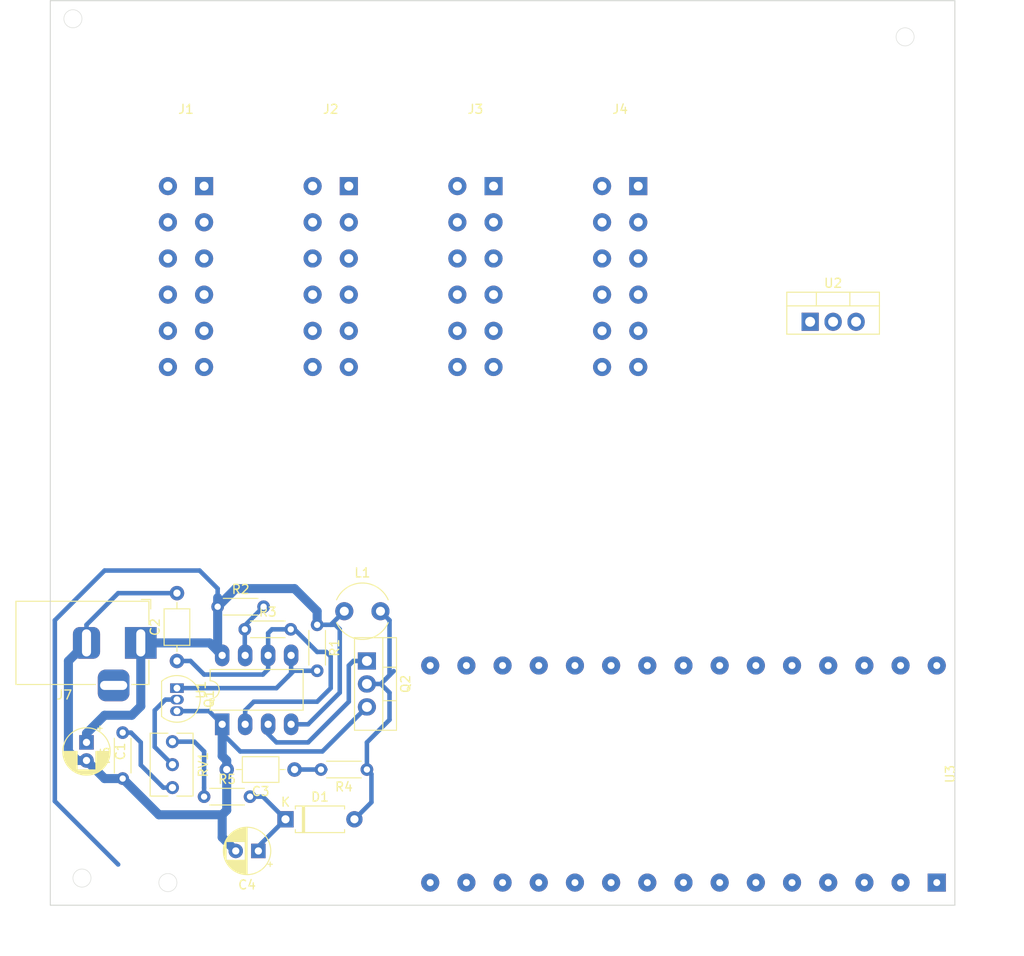
<source format=kicad_pcb>
(kicad_pcb (version 20171130) (host pcbnew "(5.1.9)-1")

  (general
    (thickness 1.6)
    (drawings 10)
    (tracks 118)
    (zones 0)
    (modules 23)
    (nets 87)
  )

  (page A4)
  (layers
    (0 F.Cu signal)
    (31 B.Cu signal)
    (32 B.Adhes user)
    (33 F.Adhes user)
    (34 B.Paste user)
    (35 F.Paste user)
    (36 B.SilkS user)
    (37 F.SilkS user)
    (38 B.Mask user)
    (39 F.Mask user)
    (40 Dwgs.User user)
    (41 Cmts.User user)
    (42 Eco1.User user)
    (43 Eco2.User user)
    (44 Edge.Cuts user)
    (45 Margin user)
    (46 B.CrtYd user)
    (47 F.CrtYd user)
    (48 B.Fab user)
    (49 F.Fab user)
  )

  (setup
    (last_trace_width 1)
    (user_trace_width 0.5)
    (user_trace_width 1)
    (trace_clearance 0.2)
    (zone_clearance 0.508)
    (zone_45_only no)
    (trace_min 0.2)
    (via_size 0.8)
    (via_drill 0.4)
    (via_min_size 0.4)
    (via_min_drill 0.3)
    (uvia_size 0.3)
    (uvia_drill 0.1)
    (uvias_allowed no)
    (uvia_min_size 0.2)
    (uvia_min_drill 0.1)
    (edge_width 0.05)
    (segment_width 0.2)
    (pcb_text_width 0.3)
    (pcb_text_size 1.5 1.5)
    (mod_edge_width 0.12)
    (mod_text_size 1 1)
    (mod_text_width 0.15)
    (pad_size 1.524 1.524)
    (pad_drill 0.762)
    (pad_to_mask_clearance 0)
    (aux_axis_origin 0 0)
    (visible_elements 7FFFFFFF)
    (pcbplotparams
      (layerselection 0x010fc_ffffffff)
      (usegerberextensions false)
      (usegerberattributes true)
      (usegerberadvancedattributes true)
      (creategerberjobfile true)
      (excludeedgelayer true)
      (linewidth 0.100000)
      (plotframeref false)
      (viasonmask false)
      (mode 1)
      (useauxorigin false)
      (hpglpennumber 1)
      (hpglpenspeed 20)
      (hpglpendiameter 15.000000)
      (psnegative false)
      (psa4output false)
      (plotreference true)
      (plotvalue true)
      (plotinvisibletext false)
      (padsonsilk false)
      (subtractmaskfromsilk false)
      (outputformat 1)
      (mirror false)
      (drillshape 1)
      (scaleselection 1)
      (outputdirectory ""))
  )

  (net 0 "")
  (net 1 "Net-(J1-Pad6)")
  (net 2 "Net-(J1-Pad5)")
  (net 3 "Net-(J1-Pad4)")
  (net 4 "Net-(J1-Pad3)")
  (net 5 "Net-(J1-Pad2)")
  (net 6 "Net-(J1-Pad1)")
  (net 7 "Net-(J2-Pad6)")
  (net 8 "Net-(J2-Pad5)")
  (net 9 "Net-(J2-Pad4)")
  (net 10 "Net-(J2-Pad3)")
  (net 11 "Net-(J2-Pad2)")
  (net 12 "Net-(J2-Pad1)")
  (net 13 "Net-(J3-Pad6)")
  (net 14 "Net-(J3-Pad5)")
  (net 15 "Net-(J3-Pad4)")
  (net 16 "Net-(J3-Pad3)")
  (net 17 "Net-(J3-Pad2)")
  (net 18 "Net-(J3-Pad1)")
  (net 19 "Net-(J4-Pad6)")
  (net 20 "Net-(J4-Pad5)")
  (net 21 "Net-(J4-Pad4)")
  (net 22 "Net-(J4-Pad3)")
  (net 23 "Net-(J4-Pad2)")
  (net 24 "Net-(C1-Pad2)")
  (net 25 "Net-(C1-Pad1)")
  (net 26 "Net-(C2-Pad1)")
  (net 27 "Net-(C3-Pad1)")
  (net 28 "Net-(C4-Pad1)")
  (net 29 "Net-(D1-Pad2)")
  (net 30 "Net-(Q1-Pad1)")
  (net 31 "Net-(Q1-Pad2)")
  (net 32 "Net-(Q2-Pad1)")
  (net 33 "Net-(R2-Pad2)")
  (net 34 "Net-(R5-Pad1)")
  (net 35 "Net-(R6-Pad2)")
  (net 36 "Net-(U3-Pad19)")
  (net 37 "Net-(U3-Pad30)")
  (net 38 "Net-(U3-Pad29)")
  (net 39 "Net-(U3-Pad28)")
  (net 40 "Net-(U3-Pad27)")
  (net 41 "Net-(U3-Pad26)")
  (net 42 "Net-(U3-Pad25)")
  (net 43 "Net-(U3-Pad24)")
  (net 44 "Net-(U3-Pad23)")
  (net 45 "Net-(U3-Pad22)")
  (net 46 "Net-(U3-Pad21)")
  (net 47 "Net-(U3-Pad20)")
  (net 48 "Net-(U3-Pad18)")
  (net 49 "Net-(U3-Pad16)")
  (net 50 "Net-(U3-Pad15)")
  (net 51 "Net-(U3-Pad14)")
  (net 52 "Net-(U3-Pad13)")
  (net 53 "Net-(U3-Pad12)")
  (net 54 "Net-(U3-Pad11)")
  (net 55 "Net-(U3-Pad10)")
  (net 56 "Net-(U3-Pad9)")
  (net 57 "Net-(U3-Pad8)")
  (net 58 "Net-(U3-Pad7)")
  (net 59 "Net-(U3-Pad6)")
  (net 60 "Net-(U3-Pad5)")
  (net 61 "Net-(U3-Pad4)")
  (net 62 "Net-(U3-Pad3)")
  (net 63 "Net-(U3-Pad17)")
  (net 64 "Net-(J1-PadF)")
  (net 65 "Net-(J1-PadE)")
  (net 66 "Net-(J1-PadD)")
  (net 67 "Net-(J1-PadC)")
  (net 68 "Net-(J1-PadB)")
  (net 69 "Net-(J1-PadA)")
  (net 70 "Net-(J2-PadF)")
  (net 71 "Net-(J2-PadE)")
  (net 72 "Net-(J2-PadD)")
  (net 73 "Net-(J2-PadC)")
  (net 74 "Net-(J2-PadB)")
  (net 75 "Net-(J2-PadA)")
  (net 76 "Net-(J3-PadF)")
  (net 77 "Net-(J3-PadE)")
  (net 78 "Net-(J3-PadD)")
  (net 79 "Net-(J3-PadC)")
  (net 80 "Net-(J3-PadB)")
  (net 81 "Net-(J3-PadA)")
  (net 82 "Net-(J4-PadE)")
  (net 83 "Net-(J4-PadD)")
  (net 84 "Net-(J4-PadC)")
  (net 85 "Net-(J4-PadB)")
  (net 86 "Net-(J4-PadF)")

  (net_class Default "This is the default net class."
    (clearance 0.2)
    (trace_width 0.25)
    (via_dia 0.8)
    (via_drill 0.4)
    (uvia_dia 0.3)
    (uvia_drill 0.1)
    (add_net "Net-(C1-Pad1)")
    (add_net "Net-(C1-Pad2)")
    (add_net "Net-(C2-Pad1)")
    (add_net "Net-(C3-Pad1)")
    (add_net "Net-(C4-Pad1)")
    (add_net "Net-(D1-Pad2)")
    (add_net "Net-(J1-Pad1)")
    (add_net "Net-(J1-Pad2)")
    (add_net "Net-(J1-Pad3)")
    (add_net "Net-(J1-Pad4)")
    (add_net "Net-(J1-Pad5)")
    (add_net "Net-(J1-Pad6)")
    (add_net "Net-(J1-PadA)")
    (add_net "Net-(J1-PadB)")
    (add_net "Net-(J1-PadC)")
    (add_net "Net-(J1-PadD)")
    (add_net "Net-(J1-PadE)")
    (add_net "Net-(J1-PadF)")
    (add_net "Net-(J2-Pad1)")
    (add_net "Net-(J2-Pad2)")
    (add_net "Net-(J2-Pad3)")
    (add_net "Net-(J2-Pad4)")
    (add_net "Net-(J2-Pad5)")
    (add_net "Net-(J2-Pad6)")
    (add_net "Net-(J2-PadA)")
    (add_net "Net-(J2-PadB)")
    (add_net "Net-(J2-PadC)")
    (add_net "Net-(J2-PadD)")
    (add_net "Net-(J2-PadE)")
    (add_net "Net-(J2-PadF)")
    (add_net "Net-(J3-Pad1)")
    (add_net "Net-(J3-Pad2)")
    (add_net "Net-(J3-Pad3)")
    (add_net "Net-(J3-Pad4)")
    (add_net "Net-(J3-Pad5)")
    (add_net "Net-(J3-Pad6)")
    (add_net "Net-(J3-PadA)")
    (add_net "Net-(J3-PadB)")
    (add_net "Net-(J3-PadC)")
    (add_net "Net-(J3-PadD)")
    (add_net "Net-(J3-PadE)")
    (add_net "Net-(J3-PadF)")
    (add_net "Net-(J4-Pad2)")
    (add_net "Net-(J4-Pad3)")
    (add_net "Net-(J4-Pad4)")
    (add_net "Net-(J4-Pad5)")
    (add_net "Net-(J4-Pad6)")
    (add_net "Net-(J4-PadB)")
    (add_net "Net-(J4-PadC)")
    (add_net "Net-(J4-PadD)")
    (add_net "Net-(J4-PadE)")
    (add_net "Net-(J4-PadF)")
    (add_net "Net-(Q1-Pad1)")
    (add_net "Net-(Q1-Pad2)")
    (add_net "Net-(Q2-Pad1)")
    (add_net "Net-(R2-Pad2)")
    (add_net "Net-(R5-Pad1)")
    (add_net "Net-(R6-Pad2)")
    (add_net "Net-(U3-Pad10)")
    (add_net "Net-(U3-Pad11)")
    (add_net "Net-(U3-Pad12)")
    (add_net "Net-(U3-Pad13)")
    (add_net "Net-(U3-Pad14)")
    (add_net "Net-(U3-Pad15)")
    (add_net "Net-(U3-Pad16)")
    (add_net "Net-(U3-Pad17)")
    (add_net "Net-(U3-Pad18)")
    (add_net "Net-(U3-Pad19)")
    (add_net "Net-(U3-Pad20)")
    (add_net "Net-(U3-Pad21)")
    (add_net "Net-(U3-Pad22)")
    (add_net "Net-(U3-Pad23)")
    (add_net "Net-(U3-Pad24)")
    (add_net "Net-(U3-Pad25)")
    (add_net "Net-(U3-Pad26)")
    (add_net "Net-(U3-Pad27)")
    (add_net "Net-(U3-Pad28)")
    (add_net "Net-(U3-Pad29)")
    (add_net "Net-(U3-Pad3)")
    (add_net "Net-(U3-Pad30)")
    (add_net "Net-(U3-Pad4)")
    (add_net "Net-(U3-Pad5)")
    (add_net "Net-(U3-Pad6)")
    (add_net "Net-(U3-Pad7)")
    (add_net "Net-(U3-Pad8)")
    (add_net "Net-(U3-Pad9)")
  )

  (net_class GND ""
    (clearance 0.5)
    (trace_width 0.25)
    (via_dia 0.8)
    (via_drill 0.4)
    (uvia_dia 0.3)
    (uvia_drill 0.1)
  )

  (module Resistor_THT:R_Axial_DIN0204_L3.6mm_D1.6mm_P5.08mm_Horizontal (layer F.Cu) (tedit 5AE5139B) (tstamp 600B6F3E)
    (at 140 131.5 180)
    (descr "Resistor, Axial_DIN0204 series, Axial, Horizontal, pin pitch=5.08mm, 0.167W, length*diameter=3.6*1.6mm^2, http://cdn-reichelt.de/documents/datenblatt/B400/1_4W%23YAG.pdf")
    (tags "Resistor Axial_DIN0204 series Axial Horizontal pin pitch 5.08mm 0.167W length 3.6mm diameter 1.6mm")
    (path /6014258D)
    (fp_text reference R4 (at 2.54 -1.92) (layer F.SilkS)
      (effects (font (size 1 1) (thickness 0.15)))
    )
    (fp_text value 2.2K (at 2.54 1.92) (layer F.Fab)
      (effects (font (size 1 1) (thickness 0.15)))
    )
    (fp_line (start 0.74 -0.8) (end 0.74 0.8) (layer F.Fab) (width 0.1))
    (fp_line (start 0.74 0.8) (end 4.34 0.8) (layer F.Fab) (width 0.1))
    (fp_line (start 4.34 0.8) (end 4.34 -0.8) (layer F.Fab) (width 0.1))
    (fp_line (start 4.34 -0.8) (end 0.74 -0.8) (layer F.Fab) (width 0.1))
    (fp_line (start 0 0) (end 0.74 0) (layer F.Fab) (width 0.1))
    (fp_line (start 5.08 0) (end 4.34 0) (layer F.Fab) (width 0.1))
    (fp_line (start 0.62 -0.92) (end 4.46 -0.92) (layer F.SilkS) (width 0.12))
    (fp_line (start 0.62 0.92) (end 4.46 0.92) (layer F.SilkS) (width 0.12))
    (fp_line (start -0.95 -1.05) (end -0.95 1.05) (layer F.CrtYd) (width 0.05))
    (fp_line (start -0.95 1.05) (end 6.03 1.05) (layer F.CrtYd) (width 0.05))
    (fp_line (start 6.03 1.05) (end 6.03 -1.05) (layer F.CrtYd) (width 0.05))
    (fp_line (start 6.03 -1.05) (end -0.95 -1.05) (layer F.CrtYd) (width 0.05))
    (fp_text user %R (at 2.54 0) (layer F.Fab)
      (effects (font (size 0.72 0.72) (thickness 0.108)))
    )
    (pad 2 thru_hole oval (at 5.08 0 180) (size 1.4 1.4) (drill 0.7) (layers *.Cu *.Mask)
      (net 27 "Net-(C3-Pad1)"))
    (pad 1 thru_hole circle (at 0 0 180) (size 1.4 1.4) (drill 0.7) (layers *.Cu *.Mask)
      (net 29 "Net-(D1-Pad2)"))
    (model ${KISYS3DMOD}/Resistor_THT.3dshapes/R_Axial_DIN0204_L3.6mm_D1.6mm_P5.08mm_Horizontal.wrl
      (at (xyz 0 0 0))
      (scale (xyz 1 1 1))
      (rotate (xyz 0 0 0))
    )
  )

  (module Mi_libreria:Conector_zocalo (layer F.Cu) (tedit 60143E53) (tstamp 600BA41F)
    (at 120 67 180)
    (path /601585AC)
    (fp_text reference J1 (at 0 8.5) (layer F.SilkS)
      (effects (font (size 1 1) (thickness 0.15)))
    )
    (fp_text value Conn_02x06_Nixie (at 0 7.5) (layer F.Fab)
      (effects (font (size 1 1) (thickness 0.15)))
    )
    (fp_line (start -4 -22) (end 4 -22) (layer Eco2.User) (width 0.5))
    (fp_line (start 4 -22) (end 4 2) (layer Eco2.User) (width 0.5))
    (fp_line (start 4 2) (end -4 2) (layer Eco2.User) (width 0.5))
    (fp_line (start -4 2) (end -4 -22) (layer Eco2.User) (width 0.5))
    (fp_line (start -4 20) (end 4 20) (layer Eco2.User) (width 0.12))
    (fp_line (start -4 -40) (end 4 -40) (layer Eco2.User) (width 0.12))
    (pad 1 thru_hole rect (at -2 0 180) (size 2 2) (drill 1) (layers *.Cu *.Mask)
      (net 6 "Net-(J1-Pad1)"))
    (pad 2 thru_hole circle (at -2 -4 180) (size 2 2) (drill 1) (layers *.Cu *.Mask)
      (net 5 "Net-(J1-Pad2)"))
    (pad 3 thru_hole circle (at -2 -8 180) (size 2 2) (drill 1) (layers *.Cu *.Mask)
      (net 4 "Net-(J1-Pad3)"))
    (pad 4 thru_hole circle (at -2 -12 180) (size 2 2) (drill 1) (layers *.Cu *.Mask)
      (net 3 "Net-(J1-Pad4)"))
    (pad 5 thru_hole circle (at -2 -16 180) (size 2 2) (drill 1) (layers *.Cu *.Mask)
      (net 2 "Net-(J1-Pad5)"))
    (pad 6 thru_hole circle (at -2 -20 180) (size 2 2) (drill 1) (layers *.Cu *.Mask)
      (net 1 "Net-(J1-Pad6)"))
    (pad A thru_hole circle (at 2 0 180) (size 2 2) (drill 1) (layers *.Cu *.Mask)
      (net 69 "Net-(J1-PadA)"))
    (pad B thru_hole circle (at 2 -4 180) (size 2 2) (drill 1) (layers *.Cu *.Mask)
      (net 68 "Net-(J1-PadB)"))
    (pad C thru_hole circle (at 2 -8 180) (size 2 2) (drill 1) (layers *.Cu *.Mask)
      (net 67 "Net-(J1-PadC)"))
    (pad D thru_hole circle (at 2 -12 180) (size 2 2) (drill 1) (layers *.Cu *.Mask)
      (net 66 "Net-(J1-PadD)"))
    (pad E thru_hole circle (at 2 -16 180) (size 2 2) (drill 1) (layers *.Cu *.Mask)
      (net 65 "Net-(J1-PadE)"))
    (pad F thru_hole circle (at 2 -20 180) (size 2 2) (drill 1) (layers *.Cu *.Mask)
      (net 64 "Net-(J1-PadF)"))
  )

  (module Mi_libreria:Conector_zocalo (layer F.Cu) (tedit 60143E53) (tstamp 600BA433)
    (at 136 67 180)
    (path /601560E3)
    (fp_text reference J2 (at 0 8.5) (layer F.SilkS)
      (effects (font (size 1 1) (thickness 0.15)))
    )
    (fp_text value Conn_02x06_Nixie (at 0 7.5) (layer F.Fab)
      (effects (font (size 1 1) (thickness 0.15)))
    )
    (fp_line (start -4 -22) (end 4 -22) (layer Eco2.User) (width 0.5))
    (fp_line (start 4 -22) (end 4 2) (layer Eco2.User) (width 0.5))
    (fp_line (start 4 2) (end -4 2) (layer Eco2.User) (width 0.5))
    (fp_line (start -4 2) (end -4 -22) (layer Eco2.User) (width 0.5))
    (fp_line (start -4 20) (end 4 20) (layer Eco2.User) (width 0.12))
    (fp_line (start -4 -40) (end 4 -40) (layer Eco2.User) (width 0.12))
    (pad 1 thru_hole rect (at -2 0 180) (size 2 2) (drill 1) (layers *.Cu *.Mask)
      (net 12 "Net-(J2-Pad1)"))
    (pad 2 thru_hole circle (at -2 -4 180) (size 2 2) (drill 1) (layers *.Cu *.Mask)
      (net 11 "Net-(J2-Pad2)"))
    (pad 3 thru_hole circle (at -2 -8 180) (size 2 2) (drill 1) (layers *.Cu *.Mask)
      (net 10 "Net-(J2-Pad3)"))
    (pad 4 thru_hole circle (at -2 -12 180) (size 2 2) (drill 1) (layers *.Cu *.Mask)
      (net 9 "Net-(J2-Pad4)"))
    (pad 5 thru_hole circle (at -2 -16 180) (size 2 2) (drill 1) (layers *.Cu *.Mask)
      (net 8 "Net-(J2-Pad5)"))
    (pad 6 thru_hole circle (at -2 -20 180) (size 2 2) (drill 1) (layers *.Cu *.Mask)
      (net 7 "Net-(J2-Pad6)"))
    (pad A thru_hole circle (at 2 0 180) (size 2 2) (drill 1) (layers *.Cu *.Mask)
      (net 75 "Net-(J2-PadA)"))
    (pad B thru_hole circle (at 2 -4 180) (size 2 2) (drill 1) (layers *.Cu *.Mask)
      (net 74 "Net-(J2-PadB)"))
    (pad C thru_hole circle (at 2 -8 180) (size 2 2) (drill 1) (layers *.Cu *.Mask)
      (net 73 "Net-(J2-PadC)"))
    (pad D thru_hole circle (at 2 -12 180) (size 2 2) (drill 1) (layers *.Cu *.Mask)
      (net 72 "Net-(J2-PadD)"))
    (pad E thru_hole circle (at 2 -16 180) (size 2 2) (drill 1) (layers *.Cu *.Mask)
      (net 71 "Net-(J2-PadE)"))
    (pad F thru_hole circle (at 2 -20 180) (size 2 2) (drill 1) (layers *.Cu *.Mask)
      (net 70 "Net-(J2-PadF)"))
  )

  (module Mi_libreria:Conector_zocalo (layer F.Cu) (tedit 60143E53) (tstamp 600BA447)
    (at 152 67 180)
    (path /601548AE)
    (fp_text reference J3 (at 0 8.5) (layer F.SilkS)
      (effects (font (size 1 1) (thickness 0.15)))
    )
    (fp_text value Conn_02x06_Nixie (at 0 7.5) (layer F.Fab)
      (effects (font (size 1 1) (thickness 0.15)))
    )
    (fp_line (start -4 -22) (end 4 -22) (layer Eco2.User) (width 0.5))
    (fp_line (start 4 -22) (end 4 2) (layer Eco2.User) (width 0.5))
    (fp_line (start 4 2) (end -4 2) (layer Eco2.User) (width 0.5))
    (fp_line (start -4 2) (end -4 -22) (layer Eco2.User) (width 0.5))
    (fp_line (start -4 20) (end 4 20) (layer Eco2.User) (width 0.12))
    (fp_line (start -4 -40) (end 4 -40) (layer Eco2.User) (width 0.12))
    (pad 1 thru_hole rect (at -2 0 180) (size 2 2) (drill 1) (layers *.Cu *.Mask)
      (net 18 "Net-(J3-Pad1)"))
    (pad 2 thru_hole circle (at -2 -4 180) (size 2 2) (drill 1) (layers *.Cu *.Mask)
      (net 17 "Net-(J3-Pad2)"))
    (pad 3 thru_hole circle (at -2 -8 180) (size 2 2) (drill 1) (layers *.Cu *.Mask)
      (net 16 "Net-(J3-Pad3)"))
    (pad 4 thru_hole circle (at -2 -12 180) (size 2 2) (drill 1) (layers *.Cu *.Mask)
      (net 15 "Net-(J3-Pad4)"))
    (pad 5 thru_hole circle (at -2 -16 180) (size 2 2) (drill 1) (layers *.Cu *.Mask)
      (net 14 "Net-(J3-Pad5)"))
    (pad 6 thru_hole circle (at -2 -20 180) (size 2 2) (drill 1) (layers *.Cu *.Mask)
      (net 13 "Net-(J3-Pad6)"))
    (pad A thru_hole circle (at 2 0 180) (size 2 2) (drill 1) (layers *.Cu *.Mask)
      (net 81 "Net-(J3-PadA)"))
    (pad B thru_hole circle (at 2 -4 180) (size 2 2) (drill 1) (layers *.Cu *.Mask)
      (net 80 "Net-(J3-PadB)"))
    (pad C thru_hole circle (at 2 -8 180) (size 2 2) (drill 1) (layers *.Cu *.Mask)
      (net 79 "Net-(J3-PadC)"))
    (pad D thru_hole circle (at 2 -12 180) (size 2 2) (drill 1) (layers *.Cu *.Mask)
      (net 78 "Net-(J3-PadD)"))
    (pad E thru_hole circle (at 2 -16 180) (size 2 2) (drill 1) (layers *.Cu *.Mask)
      (net 77 "Net-(J3-PadE)"))
    (pad F thru_hole circle (at 2 -20 180) (size 2 2) (drill 1) (layers *.Cu *.Mask)
      (net 76 "Net-(J3-PadF)"))
  )

  (module Mi_libreria:Conector_zocalo (layer F.Cu) (tedit 60143E53) (tstamp 600BA45B)
    (at 168 67 180)
    (path /6014FD11)
    (fp_text reference J4 (at 0 8.5) (layer F.SilkS)
      (effects (font (size 1 1) (thickness 0.15)))
    )
    (fp_text value Conn_02x06_Nixie (at 0 7.5) (layer F.Fab)
      (effects (font (size 1 1) (thickness 0.15)))
    )
    (fp_line (start -4 -22) (end 4 -22) (layer Eco2.User) (width 0.5))
    (fp_line (start 4 -22) (end 4 2) (layer Eco2.User) (width 0.5))
    (fp_line (start 4 2) (end -4 2) (layer Eco2.User) (width 0.5))
    (fp_line (start -4 2) (end -4 -22) (layer Eco2.User) (width 0.5))
    (fp_line (start -4 20) (end 4 20) (layer Eco2.User) (width 0.12))
    (fp_line (start -4 -40) (end 4 -40) (layer Eco2.User) (width 0.12))
    (pad F thru_hole circle (at 2 -20 180) (size 2 2) (drill 1) (layers *.Cu *.Mask)
      (net 86 "Net-(J4-PadF)"))
    (pad E thru_hole circle (at 2 -16 180) (size 2 2) (drill 1) (layers *.Cu *.Mask)
      (net 82 "Net-(J4-PadE)"))
    (pad D thru_hole circle (at 2 -12 180) (size 2 2) (drill 1) (layers *.Cu *.Mask)
      (net 83 "Net-(J4-PadD)"))
    (pad C thru_hole circle (at 2 -8 180) (size 2 2) (drill 1) (layers *.Cu *.Mask)
      (net 84 "Net-(J4-PadC)"))
    (pad B thru_hole circle (at 2 -4 180) (size 2 2) (drill 1) (layers *.Cu *.Mask)
      (net 85 "Net-(J4-PadB)"))
    (pad A thru_hole circle (at 2 0 180) (size 2 2) (drill 1) (layers *.Cu *.Mask)
      (net 24 "Net-(C1-Pad2)"))
    (pad 6 thru_hole circle (at -2 -20 180) (size 2 2) (drill 1) (layers *.Cu *.Mask)
      (net 19 "Net-(J4-Pad6)"))
    (pad 5 thru_hole circle (at -2 -16 180) (size 2 2) (drill 1) (layers *.Cu *.Mask)
      (net 20 "Net-(J4-Pad5)"))
    (pad 4 thru_hole circle (at -2 -12 180) (size 2 2) (drill 1) (layers *.Cu *.Mask)
      (net 21 "Net-(J4-Pad4)"))
    (pad 3 thru_hole circle (at -2 -8 180) (size 2 2) (drill 1) (layers *.Cu *.Mask)
      (net 22 "Net-(J4-Pad3)"))
    (pad 2 thru_hole circle (at -2 -4 180) (size 2 2) (drill 1) (layers *.Cu *.Mask)
      (net 23 "Net-(J4-Pad2)"))
    (pad 1 thru_hole rect (at -2 0 180) (size 2 2) (drill 1) (layers *.Cu *.Mask)
      (net 28 "Net-(C4-Pad1)"))
  )

  (module Mi_libreria:Nodemcu (layer F.Cu) (tedit 600AC149) (tstamp 600B413A)
    (at 203 132 90)
    (path /600AF98D)
    (fp_text reference U3 (at 0 1.5 90) (layer F.SilkS)
      (effects (font (size 1 1) (thickness 0.15)))
    )
    (fp_text value Nodemcu (at 0 -5.5 90) (layer F.Fab)
      (effects (font (size 1 1) (thickness 0.15)))
    )
    (fp_line (start 3 -4) (end -3 -4) (layer Eco2.User) (width 0.5))
    (fp_line (start 3 -4) (end 3 0) (layer Eco2.User) (width 0.5))
    (fp_line (start -3 0) (end -3 -4) (layer Eco2.User) (width 0.5))
    (fp_line (start -10 -56) (end -10 0) (layer Eco2.User) (width 0.5))
    (fp_line (start 10 -56) (end -10 -56) (layer Eco2.User) (width 0.5))
    (fp_line (start 10 0) (end 10 -56) (layer Eco2.User) (width 0.5))
    (fp_line (start -10 0) (end 10 0) (layer Eco2.User) (width 0.5))
    (pad 19 thru_hole circle (at 12 -12 90) (size 2 2) (drill 0.762) (layers *.Cu *.Mask)
      (net 36 "Net-(U3-Pad19)"))
    (pad 30 thru_hole circle (at 12 -56 90) (size 2 2) (drill 0.762) (layers *.Cu *.Mask)
      (net 37 "Net-(U3-Pad30)"))
    (pad 29 thru_hole circle (at 12 -52 90) (size 2 2) (drill 0.762) (layers *.Cu *.Mask)
      (net 38 "Net-(U3-Pad29)"))
    (pad 28 thru_hole circle (at 12 -48 90) (size 2 2) (drill 0.762) (layers *.Cu *.Mask)
      (net 39 "Net-(U3-Pad28)"))
    (pad 27 thru_hole circle (at 12 -44 90) (size 2 2) (drill 0.762) (layers *.Cu *.Mask)
      (net 40 "Net-(U3-Pad27)"))
    (pad 26 thru_hole circle (at 12 -40 90) (size 2 2) (drill 0.762) (layers *.Cu *.Mask)
      (net 41 "Net-(U3-Pad26)"))
    (pad 25 thru_hole circle (at 12 -36 90) (size 2 2) (drill 0.762) (layers *.Cu *.Mask)
      (net 42 "Net-(U3-Pad25)"))
    (pad 24 thru_hole circle (at 12 -32 90) (size 2 2) (drill 0.762) (layers *.Cu *.Mask)
      (net 43 "Net-(U3-Pad24)"))
    (pad 23 thru_hole circle (at 12 -28 90) (size 2 2) (drill 0.762) (layers *.Cu *.Mask)
      (net 44 "Net-(U3-Pad23)"))
    (pad 22 thru_hole circle (at 12 -24 90) (size 2 2) (drill 0.762) (layers *.Cu *.Mask)
      (net 45 "Net-(U3-Pad22)"))
    (pad 21 thru_hole circle (at 12 -20 90) (size 2 2) (drill 0.762) (layers *.Cu *.Mask)
      (net 46 "Net-(U3-Pad21)"))
    (pad 20 thru_hole circle (at 12 -16 90) (size 2 2) (drill 0.762) (layers *.Cu *.Mask)
      (net 47 "Net-(U3-Pad20)"))
    (pad 18 thru_hole circle (at 12 -8 90) (size 2 2) (drill 0.762) (layers *.Cu *.Mask)
      (net 48 "Net-(U3-Pad18)"))
    (pad 17 thru_hole circle (at 12 -4 90) (size 2 2) (drill 0.762) (layers *.Cu *.Mask)
      (net 63 "Net-(U3-Pad17)"))
    (pad 16 thru_hole circle (at 12 0 90) (size 2 2) (drill 0.762) (layers *.Cu *.Mask)
      (net 49 "Net-(U3-Pad16)"))
    (pad 15 thru_hole circle (at -12 -56 90) (size 2 2) (drill 0.762) (layers *.Cu *.Mask)
      (net 50 "Net-(U3-Pad15)"))
    (pad 14 thru_hole circle (at -12 -52 90) (size 2 2) (drill 0.762) (layers *.Cu *.Mask)
      (net 51 "Net-(U3-Pad14)"))
    (pad 13 thru_hole circle (at -12 -48 90) (size 2 2) (drill 0.762) (layers *.Cu *.Mask)
      (net 52 "Net-(U3-Pad13)"))
    (pad 12 thru_hole circle (at -12 -44 90) (size 2 2) (drill 0.762) (layers *.Cu *.Mask)
      (net 53 "Net-(U3-Pad12)"))
    (pad 11 thru_hole circle (at -12 -40 90) (size 2 2) (drill 0.762) (layers *.Cu *.Mask)
      (net 54 "Net-(U3-Pad11)"))
    (pad 10 thru_hole circle (at -12 -36 90) (size 2 2) (drill 0.762) (layers *.Cu *.Mask)
      (net 55 "Net-(U3-Pad10)"))
    (pad 9 thru_hole circle (at -12 -32 90) (size 2 2) (drill 0.762) (layers *.Cu *.Mask)
      (net 56 "Net-(U3-Pad9)"))
    (pad 8 thru_hole circle (at -12 -28 90) (size 2 2) (drill 0.762) (layers *.Cu *.Mask)
      (net 57 "Net-(U3-Pad8)"))
    (pad 7 thru_hole circle (at -12 -24 90) (size 2 2) (drill 0.762) (layers *.Cu *.Mask)
      (net 58 "Net-(U3-Pad7)"))
    (pad 6 thru_hole circle (at -12 -20 90) (size 2 2) (drill 0.762) (layers *.Cu *.Mask)
      (net 59 "Net-(U3-Pad6)"))
    (pad 5 thru_hole circle (at -12 -16 90) (size 2 2) (drill 0.762) (layers *.Cu *.Mask)
      (net 60 "Net-(U3-Pad5)"))
    (pad 4 thru_hole circle (at -12 -12 90) (size 2 2) (drill 0.762) (layers *.Cu *.Mask)
      (net 61 "Net-(U3-Pad4)"))
    (pad 3 thru_hole circle (at -12 -8 90) (size 2 2) (drill 0.762) (layers *.Cu *.Mask)
      (net 62 "Net-(U3-Pad3)"))
    (pad 2 thru_hole circle (at -12 -4 90) (size 2 2) (drill 0.762) (layers *.Cu *.Mask)
      (net 24 "Net-(C1-Pad2)"))
    (pad 1 thru_hole rect (at -12 0 90) (size 2 2) (drill 0.762) (layers *.Cu *.Mask)
      (net 23 "Net-(J4-Pad2)"))
  )

  (module Package_TO_SOT_THT:TO-220-3_Vertical (layer F.Cu) (tedit 5AC8BA0D) (tstamp 600AA349)
    (at 140 119.5 270)
    (descr "TO-220-3, Vertical, RM 2.54mm, see https://www.vishay.com/docs/66542/to-220-1.pdf")
    (tags "TO-220-3 Vertical RM 2.54mm")
    (path /60130F74)
    (fp_text reference Q2 (at 2.54 -4.27 90) (layer F.SilkS)
      (effects (font (size 1 1) (thickness 0.15)))
    )
    (fp_text value IRF740 (at 2.54 2.5 90) (layer F.Fab)
      (effects (font (size 1 1) (thickness 0.15)))
    )
    (fp_line (start -2.46 -3.15) (end -2.46 1.25) (layer F.Fab) (width 0.1))
    (fp_line (start -2.46 1.25) (end 7.54 1.25) (layer F.Fab) (width 0.1))
    (fp_line (start 7.54 1.25) (end 7.54 -3.15) (layer F.Fab) (width 0.1))
    (fp_line (start 7.54 -3.15) (end -2.46 -3.15) (layer F.Fab) (width 0.1))
    (fp_line (start -2.46 -1.88) (end 7.54 -1.88) (layer F.Fab) (width 0.1))
    (fp_line (start 0.69 -3.15) (end 0.69 -1.88) (layer F.Fab) (width 0.1))
    (fp_line (start 4.39 -3.15) (end 4.39 -1.88) (layer F.Fab) (width 0.1))
    (fp_line (start -2.58 -3.27) (end 7.66 -3.27) (layer F.SilkS) (width 0.12))
    (fp_line (start -2.58 1.371) (end 7.66 1.371) (layer F.SilkS) (width 0.12))
    (fp_line (start -2.58 -3.27) (end -2.58 1.371) (layer F.SilkS) (width 0.12))
    (fp_line (start 7.66 -3.27) (end 7.66 1.371) (layer F.SilkS) (width 0.12))
    (fp_line (start -2.58 -1.76) (end 7.66 -1.76) (layer F.SilkS) (width 0.12))
    (fp_line (start 0.69 -3.27) (end 0.69 -1.76) (layer F.SilkS) (width 0.12))
    (fp_line (start 4.391 -3.27) (end 4.391 -1.76) (layer F.SilkS) (width 0.12))
    (fp_line (start -2.71 -3.4) (end -2.71 1.51) (layer F.CrtYd) (width 0.05))
    (fp_line (start -2.71 1.51) (end 7.79 1.51) (layer F.CrtYd) (width 0.05))
    (fp_line (start 7.79 1.51) (end 7.79 -3.4) (layer F.CrtYd) (width 0.05))
    (fp_line (start 7.79 -3.4) (end -2.71 -3.4) (layer F.CrtYd) (width 0.05))
    (fp_text user %R (at 2.54 -4.27 90) (layer F.Fab)
      (effects (font (size 1 1) (thickness 0.15)))
    )
    (pad 3 thru_hole oval (at 5.08 0 270) (size 1.905 2) (drill 1.1) (layers *.Cu *.Mask)
      (net 24 "Net-(C1-Pad2)"))
    (pad 2 thru_hole oval (at 2.54 0 270) (size 1.905 2) (drill 1.1) (layers *.Cu *.Mask)
      (net 29 "Net-(D1-Pad2)"))
    (pad 1 thru_hole rect (at 0 0 270) (size 1.905 2) (drill 1.1) (layers *.Cu *.Mask)
      (net 32 "Net-(Q2-Pad1)"))
    (model ${KISYS3DMOD}/Package_TO_SOT_THT.3dshapes/TO-220-3_Vertical.wrl
      (at (xyz 0 0 0))
      (scale (xyz 1 1 1))
      (rotate (xyz 0 0 0))
    )
  )

  (module Package_TO_SOT_THT:TO-220-3_Vertical (layer F.Cu) (tedit 5AC8BA0D) (tstamp 600AAE51)
    (at 189 82)
    (descr "TO-220-3, Vertical, RM 2.54mm, see https://www.vishay.com/docs/66542/to-220-1.pdf")
    (tags "TO-220-3 Vertical RM 2.54mm")
    (path /601A78D7)
    (fp_text reference U2 (at 2.54 -4.27) (layer F.SilkS)
      (effects (font (size 1 1) (thickness 0.15)))
    )
    (fp_text value LM7805_TO220 (at 2.54 2.5) (layer F.Fab)
      (effects (font (size 1 1) (thickness 0.15)))
    )
    (fp_line (start -2.46 -3.15) (end -2.46 1.25) (layer F.Fab) (width 0.1))
    (fp_line (start -2.46 1.25) (end 7.54 1.25) (layer F.Fab) (width 0.1))
    (fp_line (start 7.54 1.25) (end 7.54 -3.15) (layer F.Fab) (width 0.1))
    (fp_line (start 7.54 -3.15) (end -2.46 -3.15) (layer F.Fab) (width 0.1))
    (fp_line (start -2.46 -1.88) (end 7.54 -1.88) (layer F.Fab) (width 0.1))
    (fp_line (start 0.69 -3.15) (end 0.69 -1.88) (layer F.Fab) (width 0.1))
    (fp_line (start 4.39 -3.15) (end 4.39 -1.88) (layer F.Fab) (width 0.1))
    (fp_line (start -2.58 -3.27) (end 7.66 -3.27) (layer F.SilkS) (width 0.12))
    (fp_line (start -2.58 1.371) (end 7.66 1.371) (layer F.SilkS) (width 0.12))
    (fp_line (start -2.58 -3.27) (end -2.58 1.371) (layer F.SilkS) (width 0.12))
    (fp_line (start 7.66 -3.27) (end 7.66 1.371) (layer F.SilkS) (width 0.12))
    (fp_line (start -2.58 -1.76) (end 7.66 -1.76) (layer F.SilkS) (width 0.12))
    (fp_line (start 0.69 -3.27) (end 0.69 -1.76) (layer F.SilkS) (width 0.12))
    (fp_line (start 4.391 -3.27) (end 4.391 -1.76) (layer F.SilkS) (width 0.12))
    (fp_line (start -2.71 -3.4) (end -2.71 1.51) (layer F.CrtYd) (width 0.05))
    (fp_line (start -2.71 1.51) (end 7.79 1.51) (layer F.CrtYd) (width 0.05))
    (fp_line (start 7.79 1.51) (end 7.79 -3.4) (layer F.CrtYd) (width 0.05))
    (fp_line (start 7.79 -3.4) (end -2.71 -3.4) (layer F.CrtYd) (width 0.05))
    (fp_text user %R (at 2.54 -4.27) (layer F.Fab)
      (effects (font (size 1 1) (thickness 0.15)))
    )
    (pad 3 thru_hole oval (at 5.08 0) (size 1.905 2) (drill 1.1) (layers *.Cu *.Mask)
      (net 23 "Net-(J4-Pad2)"))
    (pad 2 thru_hole oval (at 2.54 0) (size 1.905 2) (drill 1.1) (layers *.Cu *.Mask)
      (net 24 "Net-(C1-Pad2)"))
    (pad 1 thru_hole rect (at 0 0) (size 1.905 2) (drill 1.1) (layers *.Cu *.Mask)
      (net 25 "Net-(C1-Pad1)"))
    (model ${KISYS3DMOD}/Package_TO_SOT_THT.3dshapes/TO-220-3_Vertical.wrl
      (at (xyz 0 0 0))
      (scale (xyz 1 1 1))
      (rotate (xyz 0 0 0))
    )
  )

  (module Package_DIP:DIP-8_W7.62mm_LongPads (layer F.Cu) (tedit 5A02E8C5) (tstamp 600A7DDC)
    (at 124 126.5 90)
    (descr "8-lead though-hole mounted DIP package, row spacing 7.62 mm (300 mils), LongPads")
    (tags "THT DIP DIL PDIP 2.54mm 7.62mm 300mil LongPads")
    (path /600F631F)
    (fp_text reference U1 (at 3.81 -2.33 90) (layer F.SilkS)
      (effects (font (size 1 1) (thickness 0.15)))
    )
    (fp_text value NE555P (at 3.81 9.95 90) (layer F.Fab)
      (effects (font (size 1 1) (thickness 0.15)))
    )
    (fp_line (start 1.635 -1.27) (end 6.985 -1.27) (layer F.Fab) (width 0.1))
    (fp_line (start 6.985 -1.27) (end 6.985 8.89) (layer F.Fab) (width 0.1))
    (fp_line (start 6.985 8.89) (end 0.635 8.89) (layer F.Fab) (width 0.1))
    (fp_line (start 0.635 8.89) (end 0.635 -0.27) (layer F.Fab) (width 0.1))
    (fp_line (start 0.635 -0.27) (end 1.635 -1.27) (layer F.Fab) (width 0.1))
    (fp_line (start 2.81 -1.33) (end 1.56 -1.33) (layer F.SilkS) (width 0.12))
    (fp_line (start 1.56 -1.33) (end 1.56 8.95) (layer F.SilkS) (width 0.12))
    (fp_line (start 1.56 8.95) (end 6.06 8.95) (layer F.SilkS) (width 0.12))
    (fp_line (start 6.06 8.95) (end 6.06 -1.33) (layer F.SilkS) (width 0.12))
    (fp_line (start 6.06 -1.33) (end 4.81 -1.33) (layer F.SilkS) (width 0.12))
    (fp_line (start -1.45 -1.55) (end -1.45 9.15) (layer F.CrtYd) (width 0.05))
    (fp_line (start -1.45 9.15) (end 9.1 9.15) (layer F.CrtYd) (width 0.05))
    (fp_line (start 9.1 9.15) (end 9.1 -1.55) (layer F.CrtYd) (width 0.05))
    (fp_line (start 9.1 -1.55) (end -1.45 -1.55) (layer F.CrtYd) (width 0.05))
    (fp_text user %R (at 3.81 3.81 90) (layer F.Fab)
      (effects (font (size 1 1) (thickness 0.15)))
    )
    (fp_arc (start 3.81 -1.33) (end 2.81 -1.33) (angle -180) (layer F.SilkS) (width 0.12))
    (pad 8 thru_hole oval (at 7.62 0 90) (size 2.4 1.6) (drill 0.8) (layers *.Cu *.Mask)
      (net 25 "Net-(C1-Pad1)"))
    (pad 4 thru_hole oval (at 0 7.62 90) (size 2.4 1.6) (drill 0.8) (layers *.Cu *.Mask)
      (net 25 "Net-(C1-Pad1)"))
    (pad 7 thru_hole oval (at 7.62 2.54 90) (size 2.4 1.6) (drill 0.8) (layers *.Cu *.Mask)
      (net 33 "Net-(R2-Pad2)"))
    (pad 3 thru_hole oval (at 0 5.08 90) (size 2.4 1.6) (drill 0.8) (layers *.Cu *.Mask)
      (net 32 "Net-(Q2-Pad1)"))
    (pad 6 thru_hole oval (at 7.62 5.08 90) (size 2.4 1.6) (drill 0.8) (layers *.Cu *.Mask)
      (net 26 "Net-(C2-Pad1)"))
    (pad 2 thru_hole oval (at 0 2.54 90) (size 2.4 1.6) (drill 0.8) (layers *.Cu *.Mask)
      (net 26 "Net-(C2-Pad1)"))
    (pad 5 thru_hole oval (at 7.62 7.62 90) (size 2.4 1.6) (drill 0.8) (layers *.Cu *.Mask)
      (net 30 "Net-(Q1-Pad1)"))
    (pad 1 thru_hole rect (at 0 0 90) (size 2.4 1.6) (drill 0.8) (layers *.Cu *.Mask)
      (net 24 "Net-(C1-Pad2)"))
    (model ${KISYS3DMOD}/Package_DIP.3dshapes/DIP-8_W7.62mm.wrl
      (at (xyz 0 0 0))
      (scale (xyz 1 1 1))
      (rotate (xyz 0 0 0))
    )
  )

  (module Potentiometer_THT:Potentiometer_Bourns_3266Y_Vertical (layer F.Cu) (tedit 5A3D4994) (tstamp 600A4C54)
    (at 118.5 133.5 270)
    (descr "Potentiometer, vertical, Bourns 3266Y, https://www.bourns.com/docs/Product-Datasheets/3266.pdf")
    (tags "Potentiometer vertical Bourns 3266Y")
    (path /6013310A)
    (fp_text reference RV1 (at -2.54 -3.41 90) (layer F.SilkS)
      (effects (font (size 1 1) (thickness 0.15)))
    )
    (fp_text value "1K " (at -2.54 3.59 90) (layer F.Fab)
      (effects (font (size 1 1) (thickness 0.15)))
    )
    (fp_circle (center -0.405 1.07) (end 0.485 1.07) (layer F.Fab) (width 0.1))
    (fp_line (start -5.895 -2.16) (end -5.895 2.34) (layer F.Fab) (width 0.1))
    (fp_line (start -5.895 2.34) (end 0.815 2.34) (layer F.Fab) (width 0.1))
    (fp_line (start 0.815 2.34) (end 0.815 -2.16) (layer F.Fab) (width 0.1))
    (fp_line (start 0.815 -2.16) (end -5.895 -2.16) (layer F.Fab) (width 0.1))
    (fp_line (start -0.405 1.952) (end -0.404 0.189) (layer F.Fab) (width 0.1))
    (fp_line (start -0.405 1.952) (end -0.404 0.189) (layer F.Fab) (width 0.1))
    (fp_line (start -6.015 -2.28) (end 0.935 -2.28) (layer F.SilkS) (width 0.12))
    (fp_line (start -6.015 2.46) (end 0.935 2.46) (layer F.SilkS) (width 0.12))
    (fp_line (start -6.015 -2.28) (end -6.015 -0.494) (layer F.SilkS) (width 0.12))
    (fp_line (start -6.015 0.496) (end -6.015 2.46) (layer F.SilkS) (width 0.12))
    (fp_line (start 0.935 -2.28) (end 0.935 -0.494) (layer F.SilkS) (width 0.12))
    (fp_line (start 0.935 0.496) (end 0.935 2.46) (layer F.SilkS) (width 0.12))
    (fp_line (start -6.15 -2.45) (end -6.15 2.6) (layer F.CrtYd) (width 0.05))
    (fp_line (start -6.15 2.6) (end 1.1 2.6) (layer F.CrtYd) (width 0.05))
    (fp_line (start 1.1 2.6) (end 1.1 -2.45) (layer F.CrtYd) (width 0.05))
    (fp_line (start 1.1 -2.45) (end -6.15 -2.45) (layer F.CrtYd) (width 0.05))
    (fp_text user %R (at -3.15 0.09 90) (layer F.Fab)
      (effects (font (size 0.92 0.92) (thickness 0.15)))
    )
    (pad 3 thru_hole circle (at -5.08 0 270) (size 1.44 1.44) (drill 0.8) (layers *.Cu *.Mask)
      (net 34 "Net-(R5-Pad1)"))
    (pad 2 thru_hole circle (at -2.54 0 270) (size 1.44 1.44) (drill 0.8) (layers *.Cu *.Mask)
      (net 31 "Net-(Q1-Pad2)"))
    (pad 1 thru_hole circle (at 0 0 270) (size 1.44 1.44) (drill 0.8) (layers *.Cu *.Mask)
      (net 35 "Net-(R6-Pad2)"))
    (model ${KISYS3DMOD}/Potentiometer_THT.3dshapes/Potentiometer_Bourns_3266Y_Vertical.wrl
      (at (xyz 0 0 0))
      (scale (xyz 1 1 1))
      (rotate (xyz 0 0 0))
    )
  )

  (module Resistor_THT:R_Axial_DIN0204_L3.6mm_D1.6mm_P5.08mm_Horizontal (layer F.Cu) (tedit 5AE5139B) (tstamp 600A4C3B)
    (at 113 132.5 90)
    (descr "Resistor, Axial_DIN0204 series, Axial, Horizontal, pin pitch=5.08mm, 0.167W, length*diameter=3.6*1.6mm^2, http://cdn-reichelt.de/documents/datenblatt/B400/1_4W%23YAG.pdf")
    (tags "Resistor Axial_DIN0204 series Axial Horizontal pin pitch 5.08mm 0.167W length 3.6mm diameter 1.6mm")
    (path /601358AA)
    (fp_text reference R6 (at 2.54 -1.92 90) (layer F.SilkS)
      (effects (font (size 1 1) (thickness 0.15)))
    )
    (fp_text value 470 (at 2.54 1.92 90) (layer F.Fab)
      (effects (font (size 1 1) (thickness 0.15)))
    )
    (fp_line (start 0.74 -0.8) (end 0.74 0.8) (layer F.Fab) (width 0.1))
    (fp_line (start 0.74 0.8) (end 4.34 0.8) (layer F.Fab) (width 0.1))
    (fp_line (start 4.34 0.8) (end 4.34 -0.8) (layer F.Fab) (width 0.1))
    (fp_line (start 4.34 -0.8) (end 0.74 -0.8) (layer F.Fab) (width 0.1))
    (fp_line (start 0 0) (end 0.74 0) (layer F.Fab) (width 0.1))
    (fp_line (start 5.08 0) (end 4.34 0) (layer F.Fab) (width 0.1))
    (fp_line (start 0.62 -0.92) (end 4.46 -0.92) (layer F.SilkS) (width 0.12))
    (fp_line (start 0.62 0.92) (end 4.46 0.92) (layer F.SilkS) (width 0.12))
    (fp_line (start -0.95 -1.05) (end -0.95 1.05) (layer F.CrtYd) (width 0.05))
    (fp_line (start -0.95 1.05) (end 6.03 1.05) (layer F.CrtYd) (width 0.05))
    (fp_line (start 6.03 1.05) (end 6.03 -1.05) (layer F.CrtYd) (width 0.05))
    (fp_line (start 6.03 -1.05) (end -0.95 -1.05) (layer F.CrtYd) (width 0.05))
    (fp_text user %R (at 2.54 0 90) (layer F.Fab)
      (effects (font (size 0.72 0.72) (thickness 0.108)))
    )
    (pad 2 thru_hole oval (at 5.08 0 90) (size 1.4 1.4) (drill 0.7) (layers *.Cu *.Mask)
      (net 35 "Net-(R6-Pad2)"))
    (pad 1 thru_hole circle (at 0 0 90) (size 1.4 1.4) (drill 0.7) (layers *.Cu *.Mask)
      (net 24 "Net-(C1-Pad2)"))
    (model ${KISYS3DMOD}/Resistor_THT.3dshapes/R_Axial_DIN0204_L3.6mm_D1.6mm_P5.08mm_Horizontal.wrl
      (at (xyz 0 0 0))
      (scale (xyz 1 1 1))
      (rotate (xyz 0 0 0))
    )
  )

  (module Resistor_THT:R_Axial_DIN0204_L3.6mm_D1.6mm_P5.08mm_Horizontal (layer F.Cu) (tedit 5AE5139B) (tstamp 600B6299)
    (at 122 134.5)
    (descr "Resistor, Axial_DIN0204 series, Axial, Horizontal, pin pitch=5.08mm, 0.167W, length*diameter=3.6*1.6mm^2, http://cdn-reichelt.de/documents/datenblatt/B400/1_4W%23YAG.pdf")
    (tags "Resistor Axial_DIN0204 series Axial Horizontal pin pitch 5.08mm 0.167W length 3.6mm diameter 1.6mm")
    (path /601389D4)
    (fp_text reference R5 (at 2.54 -1.92) (layer F.SilkS)
      (effects (font (size 1 1) (thickness 0.15)))
    )
    (fp_text value 220K (at 2.54 1.92) (layer F.Fab)
      (effects (font (size 1 1) (thickness 0.15)))
    )
    (fp_line (start 0.74 -0.8) (end 0.74 0.8) (layer F.Fab) (width 0.1))
    (fp_line (start 0.74 0.8) (end 4.34 0.8) (layer F.Fab) (width 0.1))
    (fp_line (start 4.34 0.8) (end 4.34 -0.8) (layer F.Fab) (width 0.1))
    (fp_line (start 4.34 -0.8) (end 0.74 -0.8) (layer F.Fab) (width 0.1))
    (fp_line (start 0 0) (end 0.74 0) (layer F.Fab) (width 0.1))
    (fp_line (start 5.08 0) (end 4.34 0) (layer F.Fab) (width 0.1))
    (fp_line (start 0.62 -0.92) (end 4.46 -0.92) (layer F.SilkS) (width 0.12))
    (fp_line (start 0.62 0.92) (end 4.46 0.92) (layer F.SilkS) (width 0.12))
    (fp_line (start -0.95 -1.05) (end -0.95 1.05) (layer F.CrtYd) (width 0.05))
    (fp_line (start -0.95 1.05) (end 6.03 1.05) (layer F.CrtYd) (width 0.05))
    (fp_line (start 6.03 1.05) (end 6.03 -1.05) (layer F.CrtYd) (width 0.05))
    (fp_line (start 6.03 -1.05) (end -0.95 -1.05) (layer F.CrtYd) (width 0.05))
    (fp_text user %R (at 2.5 0) (layer F.Fab)
      (effects (font (size 0.72 0.72) (thickness 0.108)))
    )
    (pad 2 thru_hole oval (at 5.08 0) (size 1.4 1.4) (drill 0.7) (layers *.Cu *.Mask)
      (net 28 "Net-(C4-Pad1)"))
    (pad 1 thru_hole circle (at 0 0) (size 1.4 1.4) (drill 0.7) (layers *.Cu *.Mask)
      (net 34 "Net-(R5-Pad1)"))
    (model ${KISYS3DMOD}/Resistor_THT.3dshapes/R_Axial_DIN0204_L3.6mm_D1.6mm_P5.08mm_Horizontal.wrl
      (at (xyz 0 0 0))
      (scale (xyz 1 1 1))
      (rotate (xyz 0 0 0))
    )
  )

  (module Resistor_THT:R_Axial_DIN0204_L3.6mm_D1.6mm_P5.08mm_Horizontal (layer F.Cu) (tedit 5AE5139B) (tstamp 600A7EB6)
    (at 126.5 116)
    (descr "Resistor, Axial_DIN0204 series, Axial, Horizontal, pin pitch=5.08mm, 0.167W, length*diameter=3.6*1.6mm^2, http://cdn-reichelt.de/documents/datenblatt/B400/1_4W%23YAG.pdf")
    (tags "Resistor Axial_DIN0204 series Axial Horizontal pin pitch 5.08mm 0.167W length 3.6mm diameter 1.6mm")
    (path /60139397)
    (fp_text reference R3 (at 2.54 -1.92) (layer F.SilkS)
      (effects (font (size 1 1) (thickness 0.15)))
    )
    (fp_text value 10K (at 2.54 1.92) (layer F.Fab)
      (effects (font (size 1 1) (thickness 0.15)))
    )
    (fp_line (start 0.74 -0.8) (end 0.74 0.8) (layer F.Fab) (width 0.1))
    (fp_line (start 0.74 0.8) (end 4.34 0.8) (layer F.Fab) (width 0.1))
    (fp_line (start 4.34 0.8) (end 4.34 -0.8) (layer F.Fab) (width 0.1))
    (fp_line (start 4.34 -0.8) (end 0.74 -0.8) (layer F.Fab) (width 0.1))
    (fp_line (start 0 0) (end 0.74 0) (layer F.Fab) (width 0.1))
    (fp_line (start 5.08 0) (end 4.34 0) (layer F.Fab) (width 0.1))
    (fp_line (start 0.62 -0.92) (end 4.46 -0.92) (layer F.SilkS) (width 0.12))
    (fp_line (start 0.62 0.92) (end 4.46 0.92) (layer F.SilkS) (width 0.12))
    (fp_line (start -0.95 -1.05) (end -0.95 1.05) (layer F.CrtYd) (width 0.05))
    (fp_line (start -0.95 1.05) (end 6.03 1.05) (layer F.CrtYd) (width 0.05))
    (fp_line (start 6.03 1.05) (end 6.03 -1.05) (layer F.CrtYd) (width 0.05))
    (fp_line (start 6.03 -1.05) (end -0.95 -1.05) (layer F.CrtYd) (width 0.05))
    (fp_text user %R (at 2.54 0) (layer F.Fab)
      (effects (font (size 0.72 0.72) (thickness 0.108)))
    )
    (pad 2 thru_hole oval (at 5.08 0) (size 1.4 1.4) (drill 0.7) (layers *.Cu *.Mask)
      (net 26 "Net-(C2-Pad1)"))
    (pad 1 thru_hole circle (at 0 0) (size 1.4 1.4) (drill 0.7) (layers *.Cu *.Mask)
      (net 33 "Net-(R2-Pad2)"))
    (model ${KISYS3DMOD}/Resistor_THT.3dshapes/R_Axial_DIN0204_L3.6mm_D1.6mm_P5.08mm_Horizontal.wrl
      (at (xyz 0 0 0))
      (scale (xyz 1 1 1))
      (rotate (xyz 0 0 0))
    )
  )

  (module Resistor_THT:R_Axial_DIN0204_L3.6mm_D1.6mm_P5.08mm_Horizontal (layer F.Cu) (tedit 5AE5139B) (tstamp 600A4BEF)
    (at 123.5 113.5)
    (descr "Resistor, Axial_DIN0204 series, Axial, Horizontal, pin pitch=5.08mm, 0.167W, length*diameter=3.6*1.6mm^2, http://cdn-reichelt.de/documents/datenblatt/B400/1_4W%23YAG.pdf")
    (tags "Resistor Axial_DIN0204 series Axial Horizontal pin pitch 5.08mm 0.167W length 3.6mm diameter 1.6mm")
    (path /60138E43)
    (fp_text reference R2 (at 2.54 -1.92) (layer F.SilkS)
      (effects (font (size 1 1) (thickness 0.15)))
    )
    (fp_text value 1K (at 2.54 1.92) (layer F.Fab)
      (effects (font (size 1 1) (thickness 0.15)))
    )
    (fp_line (start 0.74 -0.8) (end 0.74 0.8) (layer F.Fab) (width 0.1))
    (fp_line (start 0.74 0.8) (end 4.34 0.8) (layer F.Fab) (width 0.1))
    (fp_line (start 4.34 0.8) (end 4.34 -0.8) (layer F.Fab) (width 0.1))
    (fp_line (start 4.34 -0.8) (end 0.74 -0.8) (layer F.Fab) (width 0.1))
    (fp_line (start 0 0) (end 0.74 0) (layer F.Fab) (width 0.1))
    (fp_line (start 5.08 0) (end 4.34 0) (layer F.Fab) (width 0.1))
    (fp_line (start 0.62 -0.92) (end 4.46 -0.92) (layer F.SilkS) (width 0.12))
    (fp_line (start 0.62 0.92) (end 4.46 0.92) (layer F.SilkS) (width 0.12))
    (fp_line (start -0.95 -1.05) (end -0.95 1.05) (layer F.CrtYd) (width 0.05))
    (fp_line (start -0.95 1.05) (end 6.03 1.05) (layer F.CrtYd) (width 0.05))
    (fp_line (start 6.03 1.05) (end 6.03 -1.05) (layer F.CrtYd) (width 0.05))
    (fp_line (start 6.03 -1.05) (end -0.95 -1.05) (layer F.CrtYd) (width 0.05))
    (fp_text user %R (at 2.54 0) (layer F.Fab)
      (effects (font (size 0.72 0.72) (thickness 0.108)))
    )
    (pad 2 thru_hole oval (at 5.08 0) (size 1.4 1.4) (drill 0.7) (layers *.Cu *.Mask)
      (net 33 "Net-(R2-Pad2)"))
    (pad 1 thru_hole circle (at 0 0) (size 1.4 1.4) (drill 0.7) (layers *.Cu *.Mask)
      (net 25 "Net-(C1-Pad1)"))
    (model ${KISYS3DMOD}/Resistor_THT.3dshapes/R_Axial_DIN0204_L3.6mm_D1.6mm_P5.08mm_Horizontal.wrl
      (at (xyz 0 0 0))
      (scale (xyz 1 1 1))
      (rotate (xyz 0 0 0))
    )
  )

  (module Resistor_THT:R_Axial_DIN0204_L3.6mm_D1.6mm_P5.08mm_Horizontal (layer F.Cu) (tedit 5AE5139B) (tstamp 600A980C)
    (at 134.5 115.5 270)
    (descr "Resistor, Axial_DIN0204 series, Axial, Horizontal, pin pitch=5.08mm, 0.167W, length*diameter=3.6*1.6mm^2, http://cdn-reichelt.de/documents/datenblatt/B400/1_4W%23YAG.pdf")
    (tags "Resistor Axial_DIN0204 series Axial Horizontal pin pitch 5.08mm 0.167W length 3.6mm diameter 1.6mm")
    (path /60139887)
    (fp_text reference R1 (at 2.54 -1.92 90) (layer F.SilkS)
      (effects (font (size 1 1) (thickness 0.15)))
    )
    (fp_text value 56K (at 2.54 1.92 90) (layer F.Fab)
      (effects (font (size 1 1) (thickness 0.15)))
    )
    (fp_line (start 0.74 -0.8) (end 0.74 0.8) (layer F.Fab) (width 0.1))
    (fp_line (start 0.74 0.8) (end 4.34 0.8) (layer F.Fab) (width 0.1))
    (fp_line (start 4.34 0.8) (end 4.34 -0.8) (layer F.Fab) (width 0.1))
    (fp_line (start 4.34 -0.8) (end 0.74 -0.8) (layer F.Fab) (width 0.1))
    (fp_line (start 0 0) (end 0.74 0) (layer F.Fab) (width 0.1))
    (fp_line (start 5.08 0) (end 4.34 0) (layer F.Fab) (width 0.1))
    (fp_line (start 0.62 -0.92) (end 4.46 -0.92) (layer F.SilkS) (width 0.12))
    (fp_line (start 0.62 0.92) (end 4.46 0.92) (layer F.SilkS) (width 0.12))
    (fp_line (start -0.95 -1.05) (end -0.95 1.05) (layer F.CrtYd) (width 0.05))
    (fp_line (start -0.95 1.05) (end 6.03 1.05) (layer F.CrtYd) (width 0.05))
    (fp_line (start 6.03 1.05) (end 6.03 -1.05) (layer F.CrtYd) (width 0.05))
    (fp_line (start 6.03 -1.05) (end -0.95 -1.05) (layer F.CrtYd) (width 0.05))
    (fp_text user %R (at 2.54 0 90) (layer F.Fab)
      (effects (font (size 0.72 0.72) (thickness 0.108)))
    )
    (pad 2 thru_hole oval (at 5.08 0 270) (size 1.4 1.4) (drill 0.7) (layers *.Cu *.Mask)
      (net 30 "Net-(Q1-Pad1)"))
    (pad 1 thru_hole circle (at 0 0 270) (size 1.4 1.4) (drill 0.7) (layers *.Cu *.Mask)
      (net 25 "Net-(C1-Pad1)"))
    (model ${KISYS3DMOD}/Resistor_THT.3dshapes/R_Axial_DIN0204_L3.6mm_D1.6mm_P5.08mm_Horizontal.wrl
      (at (xyz 0 0 0))
      (scale (xyz 1 1 1))
      (rotate (xyz 0 0 0))
    )
  )

  (module Package_TO_SOT_THT:TO-92L_Inline (layer F.Cu) (tedit 5A279A44) (tstamp 600A4BAF)
    (at 119 122.5 270)
    (descr "TO-92L leads in-line (large body variant of TO-92), also known as TO-226, wide, drill 0.75mm (see https://www.diodes.com/assets/Package-Files/TO92L.pdf and http://www.ti.com/lit/an/snoa059/snoa059.pdf)")
    (tags "TO-92L Inline Wide transistor")
    (path /60104A59)
    (fp_text reference Q1 (at 1.19 -3.56 90) (layer F.SilkS)
      (effects (font (size 1 1) (thickness 0.15)))
    )
    (fp_text value BC547 (at 1.19 2.79 90) (layer F.Fab)
      (effects (font (size 1 1) (thickness 0.15)))
    )
    (fp_line (start -0.75 1.7) (end 3.1 1.7) (layer F.SilkS) (width 0.12))
    (fp_line (start -0.7 1.6) (end 3.05 1.6) (layer F.Fab) (width 0.1))
    (fp_line (start -1.55 -2.75) (end 3.95 -2.75) (layer F.CrtYd) (width 0.05))
    (fp_line (start -1.55 -2.75) (end -1.55 1.85) (layer F.CrtYd) (width 0.05))
    (fp_line (start 3.95 1.85) (end 3.95 -2.75) (layer F.CrtYd) (width 0.05))
    (fp_line (start 3.95 1.85) (end -1.55 1.85) (layer F.CrtYd) (width 0.05))
    (fp_arc (start 1.19 0) (end 1.19 -2.48) (angle -130.2499344) (layer F.Fab) (width 0.1))
    (fp_arc (start 1.19 0) (end 1.19 -2.48) (angle 129.9527847) (layer F.Fab) (width 0.1))
    (fp_arc (start 1.19 0) (end -0.75 1.7) (angle 262.164354) (layer F.SilkS) (width 0.12))
    (fp_text user %R (at 1.19 0 90) (layer F.Fab)
      (effects (font (size 1 1) (thickness 0.15)))
    )
    (pad 1 thru_hole rect (at 0 0 270) (size 1.05 1.5) (drill 0.75) (layers *.Cu *.Mask)
      (net 30 "Net-(Q1-Pad1)"))
    (pad 3 thru_hole oval (at 2.54 0 270) (size 1.05 1.5) (drill 0.75) (layers *.Cu *.Mask)
      (net 24 "Net-(C1-Pad2)"))
    (pad 2 thru_hole oval (at 1.27 0 270) (size 1.05 1.5) (drill 0.75) (layers *.Cu *.Mask)
      (net 31 "Net-(Q1-Pad2)"))
    (model ${KISYS3DMOD}/Package_TO_SOT_THT.3dshapes/TO-92L_Inline.wrl
      (at (xyz 0 0 0))
      (scale (xyz 1 1 1))
      (rotate (xyz 0 0 0))
    )
  )

  (module Inductor_THT:L_Radial_D6.0mm_P4.00mm (layer F.Cu) (tedit 5AE59B06) (tstamp 600A4B9E)
    (at 137.5 114)
    (descr "Inductor, Radial series, Radial, pin pitch=4.00mm, , diameter=6.0mm, http://www.abracon.com/Magnetics/radial/AIUR-07.pdf")
    (tags "Inductor Radial series Radial pin pitch 4.00mm  diameter 6.0mm")
    (path /60102F36)
    (fp_text reference L1 (at 2 -4.25) (layer F.SilkS)
      (effects (font (size 1 1) (thickness 0.15)))
    )
    (fp_text value 100uH (at 2 -4) (layer F.Fab)
      (effects (font (size 1 1) (thickness 0.15)))
    )
    (fp_circle (center 2 0) (end 5 0) (layer F.Fab) (width 0.1))
    (fp_circle (center 2 0) (end 5.49 0) (layer F.CrtYd) (width 0.05))
    (fp_text user %R (at 2 0) (layer F.Fab)
      (effects (font (size 1 1) (thickness 0.15)))
    )
    (fp_arc (start 2 0) (end -0.85426 1.26) (angle -132.362317) (layer F.SilkS) (width 0.12))
    (fp_arc (start 2 0) (end -0.85426 -1.26) (angle 132.362317) (layer F.SilkS) (width 0.12))
    (pad 2 thru_hole circle (at 4 0) (size 2 2) (drill 1) (layers *.Cu *.Mask)
      (net 29 "Net-(D1-Pad2)"))
    (pad 1 thru_hole circle (at 0 0) (size 2 2) (drill 1) (layers *.Cu *.Mask)
      (net 25 "Net-(C1-Pad1)"))
    (model ${KISYS3DMOD}/Inductor_THT.3dshapes/L_Radial_D6.0mm_P4.00mm.wrl
      (at (xyz 0 0 0))
      (scale (xyz 1 1 1))
      (rotate (xyz 0 0 0))
    )
  )

  (module Connector_BarrelJack:BarrelJack_Horizontal (layer F.Cu) (tedit 5A1DBF6A) (tstamp 600A4B93)
    (at 115 117.5)
    (descr "DC Barrel Jack")
    (tags "Power Jack")
    (path /601AB0F0)
    (fp_text reference J7 (at -8.45 5.75) (layer F.SilkS)
      (effects (font (size 1 1) (thickness 0.15)))
    )
    (fp_text value Barrel_Jack_MountingPin (at -6.2 -5.5) (layer F.Fab)
      (effects (font (size 1 1) (thickness 0.15)))
    )
    (fp_line (start -0.003213 -4.505425) (end 0.8 -3.75) (layer F.Fab) (width 0.1))
    (fp_line (start 1.1 -3.75) (end 1.1 -4.8) (layer F.SilkS) (width 0.12))
    (fp_line (start 0.05 -4.8) (end 1.1 -4.8) (layer F.SilkS) (width 0.12))
    (fp_line (start 1 -4.5) (end 1 -4.75) (layer F.CrtYd) (width 0.05))
    (fp_line (start 1 -4.75) (end -14 -4.75) (layer F.CrtYd) (width 0.05))
    (fp_line (start 1 -4.5) (end 1 -2) (layer F.CrtYd) (width 0.05))
    (fp_line (start 1 -2) (end 2 -2) (layer F.CrtYd) (width 0.05))
    (fp_line (start 2 -2) (end 2 2) (layer F.CrtYd) (width 0.05))
    (fp_line (start 2 2) (end 1 2) (layer F.CrtYd) (width 0.05))
    (fp_line (start 1 2) (end 1 4.75) (layer F.CrtYd) (width 0.05))
    (fp_line (start 1 4.75) (end -1 4.75) (layer F.CrtYd) (width 0.05))
    (fp_line (start -1 4.75) (end -1 6.75) (layer F.CrtYd) (width 0.05))
    (fp_line (start -1 6.75) (end -5 6.75) (layer F.CrtYd) (width 0.05))
    (fp_line (start -5 6.75) (end -5 4.75) (layer F.CrtYd) (width 0.05))
    (fp_line (start -5 4.75) (end -14 4.75) (layer F.CrtYd) (width 0.05))
    (fp_line (start -14 4.75) (end -14 -4.75) (layer F.CrtYd) (width 0.05))
    (fp_line (start -5 4.6) (end -13.8 4.6) (layer F.SilkS) (width 0.12))
    (fp_line (start -13.8 4.6) (end -13.8 -4.6) (layer F.SilkS) (width 0.12))
    (fp_line (start 0.9 1.9) (end 0.9 4.6) (layer F.SilkS) (width 0.12))
    (fp_line (start 0.9 4.6) (end -1 4.6) (layer F.SilkS) (width 0.12))
    (fp_line (start -13.8 -4.6) (end 0.9 -4.6) (layer F.SilkS) (width 0.12))
    (fp_line (start 0.9 -4.6) (end 0.9 -2) (layer F.SilkS) (width 0.12))
    (fp_line (start -10.2 -4.5) (end -10.2 4.5) (layer F.Fab) (width 0.1))
    (fp_line (start -13.7 -4.5) (end -13.7 4.5) (layer F.Fab) (width 0.1))
    (fp_line (start -13.7 4.5) (end 0.8 4.5) (layer F.Fab) (width 0.1))
    (fp_line (start 0.8 4.5) (end 0.8 -3.75) (layer F.Fab) (width 0.1))
    (fp_line (start 0 -4.5) (end -13.7 -4.5) (layer F.Fab) (width 0.1))
    (fp_text user %R (at -3 -2.95) (layer F.Fab)
      (effects (font (size 1 1) (thickness 0.15)))
    )
    (pad 3 thru_hole roundrect (at -3 4.7) (size 3.5 3.5) (drill oval 3 1) (layers *.Cu *.Mask) (roundrect_rratio 0.25))
    (pad 2 thru_hole roundrect (at -6 0) (size 3 3.5) (drill oval 1 3) (layers *.Cu *.Mask) (roundrect_rratio 0.25)
      (net 24 "Net-(C1-Pad2)"))
    (pad 1 thru_hole rect (at 0 0) (size 3.5 3.5) (drill oval 1 3) (layers *.Cu *.Mask)
      (net 25 "Net-(C1-Pad1)"))
    (model ${KISYS3DMOD}/Connector_BarrelJack.3dshapes/BarrelJack_Horizontal.wrl
      (at (xyz 0 0 0))
      (scale (xyz 1 1 1))
      (rotate (xyz 0 0 0))
    )
  )

  (module Diode_THT:D_A-405_P7.62mm_Horizontal (layer F.Cu) (tedit 5AE50CD5) (tstamp 6014A72C)
    (at 131 137)
    (descr "Diode, A-405 series, Axial, Horizontal, pin pitch=7.62mm, , length*diameter=5.2*2.7mm^2, , http://www.diodes.com/_files/packages/A-405.pdf")
    (tags "Diode A-405 series Axial Horizontal pin pitch 7.62mm  length 5.2mm diameter 2.7mm")
    (path /601BF270)
    (fp_text reference D1 (at 3.81 -2.47) (layer F.SilkS)
      (effects (font (size 1 1) (thickness 0.15)))
    )
    (fp_text value UF4004 (at 3.81 2.47) (layer F.Fab)
      (effects (font (size 1 1) (thickness 0.15)))
    )
    (fp_line (start 1.21 -1.35) (end 1.21 1.35) (layer F.Fab) (width 0.1))
    (fp_line (start 1.21 1.35) (end 6.41 1.35) (layer F.Fab) (width 0.1))
    (fp_line (start 6.41 1.35) (end 6.41 -1.35) (layer F.Fab) (width 0.1))
    (fp_line (start 6.41 -1.35) (end 1.21 -1.35) (layer F.Fab) (width 0.1))
    (fp_line (start 0 0) (end 1.21 0) (layer F.Fab) (width 0.1))
    (fp_line (start 7.62 0) (end 6.41 0) (layer F.Fab) (width 0.1))
    (fp_line (start 1.99 -1.35) (end 1.99 1.35) (layer F.Fab) (width 0.1))
    (fp_line (start 2.09 -1.35) (end 2.09 1.35) (layer F.Fab) (width 0.1))
    (fp_line (start 1.89 -1.35) (end 1.89 1.35) (layer F.Fab) (width 0.1))
    (fp_line (start 1.09 -1.14) (end 1.09 -1.47) (layer F.SilkS) (width 0.12))
    (fp_line (start 1.09 -1.47) (end 6.53 -1.47) (layer F.SilkS) (width 0.12))
    (fp_line (start 6.53 -1.47) (end 6.53 -1.14) (layer F.SilkS) (width 0.12))
    (fp_line (start 1.09 1.14) (end 1.09 1.47) (layer F.SilkS) (width 0.12))
    (fp_line (start 1.09 1.47) (end 6.53 1.47) (layer F.SilkS) (width 0.12))
    (fp_line (start 6.53 1.47) (end 6.53 1.14) (layer F.SilkS) (width 0.12))
    (fp_line (start 1.99 -1.47) (end 1.99 1.47) (layer F.SilkS) (width 0.12))
    (fp_line (start 2.11 -1.47) (end 2.11 1.47) (layer F.SilkS) (width 0.12))
    (fp_line (start 1.87 -1.47) (end 1.87 1.47) (layer F.SilkS) (width 0.12))
    (fp_line (start -1.15 -1.6) (end -1.15 1.6) (layer F.CrtYd) (width 0.05))
    (fp_line (start -1.15 1.6) (end 8.77 1.6) (layer F.CrtYd) (width 0.05))
    (fp_line (start 8.77 1.6) (end 8.77 -1.6) (layer F.CrtYd) (width 0.05))
    (fp_line (start 8.77 -1.6) (end -1.15 -1.6) (layer F.CrtYd) (width 0.05))
    (fp_text user K (at 0 -1.9) (layer F.SilkS)
      (effects (font (size 1 1) (thickness 0.15)))
    )
    (fp_text user K (at 0 -1.9) (layer F.Fab)
      (effects (font (size 1 1) (thickness 0.15)))
    )
    (fp_text user %R (at 4.2 0) (layer F.Fab)
      (effects (font (size 1 1) (thickness 0.15)))
    )
    (pad 2 thru_hole oval (at 7.62 0) (size 1.8 1.8) (drill 0.9) (layers *.Cu *.Mask)
      (net 29 "Net-(D1-Pad2)"))
    (pad 1 thru_hole rect (at 0 0) (size 1.8 1.8) (drill 0.9) (layers *.Cu *.Mask)
      (net 28 "Net-(C4-Pad1)"))
    (model ${KISYS3DMOD}/Diode_THT.3dshapes/D_A-405_P7.62mm_Horizontal.wrl
      (at (xyz 0 0 0))
      (scale (xyz 1 1 1))
      (rotate (xyz 0 0 0))
    )
  )

  (module Capacitor_THT:CP_Radial_D5.0mm_P2.50mm (layer F.Cu) (tedit 5AE50EF0) (tstamp 600A4991)
    (at 128 140.5 180)
    (descr "CP, Radial series, Radial, pin pitch=2.50mm, , diameter=5mm, Electrolytic Capacitor")
    (tags "CP Radial series Radial pin pitch 2.50mm  diameter 5mm Electrolytic Capacitor")
    (path /6013CCFE)
    (fp_text reference C4 (at 1.25 -3.75) (layer F.SilkS)
      (effects (font (size 1 1) (thickness 0.15)))
    )
    (fp_text value 2.2uF (at 1.25 3.75) (layer F.Fab)
      (effects (font (size 1 1) (thickness 0.15)))
    )
    (fp_circle (center 1.25 0) (end 3.75 0) (layer F.Fab) (width 0.1))
    (fp_circle (center 1.25 0) (end 3.87 0) (layer F.SilkS) (width 0.12))
    (fp_circle (center 1.25 0) (end 4 0) (layer F.CrtYd) (width 0.05))
    (fp_line (start -0.883605 -1.0875) (end -0.383605 -1.0875) (layer F.Fab) (width 0.1))
    (fp_line (start -0.633605 -1.3375) (end -0.633605 -0.8375) (layer F.Fab) (width 0.1))
    (fp_line (start 1.25 -2.58) (end 1.25 2.58) (layer F.SilkS) (width 0.12))
    (fp_line (start 1.29 -2.58) (end 1.29 2.58) (layer F.SilkS) (width 0.12))
    (fp_line (start 1.33 -2.579) (end 1.33 2.579) (layer F.SilkS) (width 0.12))
    (fp_line (start 1.37 -2.578) (end 1.37 2.578) (layer F.SilkS) (width 0.12))
    (fp_line (start 1.41 -2.576) (end 1.41 2.576) (layer F.SilkS) (width 0.12))
    (fp_line (start 1.45 -2.573) (end 1.45 2.573) (layer F.SilkS) (width 0.12))
    (fp_line (start 1.49 -2.569) (end 1.49 -1.04) (layer F.SilkS) (width 0.12))
    (fp_line (start 1.49 1.04) (end 1.49 2.569) (layer F.SilkS) (width 0.12))
    (fp_line (start 1.53 -2.565) (end 1.53 -1.04) (layer F.SilkS) (width 0.12))
    (fp_line (start 1.53 1.04) (end 1.53 2.565) (layer F.SilkS) (width 0.12))
    (fp_line (start 1.57 -2.561) (end 1.57 -1.04) (layer F.SilkS) (width 0.12))
    (fp_line (start 1.57 1.04) (end 1.57 2.561) (layer F.SilkS) (width 0.12))
    (fp_line (start 1.61 -2.556) (end 1.61 -1.04) (layer F.SilkS) (width 0.12))
    (fp_line (start 1.61 1.04) (end 1.61 2.556) (layer F.SilkS) (width 0.12))
    (fp_line (start 1.65 -2.55) (end 1.65 -1.04) (layer F.SilkS) (width 0.12))
    (fp_line (start 1.65 1.04) (end 1.65 2.55) (layer F.SilkS) (width 0.12))
    (fp_line (start 1.69 -2.543) (end 1.69 -1.04) (layer F.SilkS) (width 0.12))
    (fp_line (start 1.69 1.04) (end 1.69 2.543) (layer F.SilkS) (width 0.12))
    (fp_line (start 1.73 -2.536) (end 1.73 -1.04) (layer F.SilkS) (width 0.12))
    (fp_line (start 1.73 1.04) (end 1.73 2.536) (layer F.SilkS) (width 0.12))
    (fp_line (start 1.77 -2.528) (end 1.77 -1.04) (layer F.SilkS) (width 0.12))
    (fp_line (start 1.77 1.04) (end 1.77 2.528) (layer F.SilkS) (width 0.12))
    (fp_line (start 1.81 -2.52) (end 1.81 -1.04) (layer F.SilkS) (width 0.12))
    (fp_line (start 1.81 1.04) (end 1.81 2.52) (layer F.SilkS) (width 0.12))
    (fp_line (start 1.85 -2.511) (end 1.85 -1.04) (layer F.SilkS) (width 0.12))
    (fp_line (start 1.85 1.04) (end 1.85 2.511) (layer F.SilkS) (width 0.12))
    (fp_line (start 1.89 -2.501) (end 1.89 -1.04) (layer F.SilkS) (width 0.12))
    (fp_line (start 1.89 1.04) (end 1.89 2.501) (layer F.SilkS) (width 0.12))
    (fp_line (start 1.93 -2.491) (end 1.93 -1.04) (layer F.SilkS) (width 0.12))
    (fp_line (start 1.93 1.04) (end 1.93 2.491) (layer F.SilkS) (width 0.12))
    (fp_line (start 1.971 -2.48) (end 1.971 -1.04) (layer F.SilkS) (width 0.12))
    (fp_line (start 1.971 1.04) (end 1.971 2.48) (layer F.SilkS) (width 0.12))
    (fp_line (start 2.011 -2.468) (end 2.011 -1.04) (layer F.SilkS) (width 0.12))
    (fp_line (start 2.011 1.04) (end 2.011 2.468) (layer F.SilkS) (width 0.12))
    (fp_line (start 2.051 -2.455) (end 2.051 -1.04) (layer F.SilkS) (width 0.12))
    (fp_line (start 2.051 1.04) (end 2.051 2.455) (layer F.SilkS) (width 0.12))
    (fp_line (start 2.091 -2.442) (end 2.091 -1.04) (layer F.SilkS) (width 0.12))
    (fp_line (start 2.091 1.04) (end 2.091 2.442) (layer F.SilkS) (width 0.12))
    (fp_line (start 2.131 -2.428) (end 2.131 -1.04) (layer F.SilkS) (width 0.12))
    (fp_line (start 2.131 1.04) (end 2.131 2.428) (layer F.SilkS) (width 0.12))
    (fp_line (start 2.171 -2.414) (end 2.171 -1.04) (layer F.SilkS) (width 0.12))
    (fp_line (start 2.171 1.04) (end 2.171 2.414) (layer F.SilkS) (width 0.12))
    (fp_line (start 2.211 -2.398) (end 2.211 -1.04) (layer F.SilkS) (width 0.12))
    (fp_line (start 2.211 1.04) (end 2.211 2.398) (layer F.SilkS) (width 0.12))
    (fp_line (start 2.251 -2.382) (end 2.251 -1.04) (layer F.SilkS) (width 0.12))
    (fp_line (start 2.251 1.04) (end 2.251 2.382) (layer F.SilkS) (width 0.12))
    (fp_line (start 2.291 -2.365) (end 2.291 -1.04) (layer F.SilkS) (width 0.12))
    (fp_line (start 2.291 1.04) (end 2.291 2.365) (layer F.SilkS) (width 0.12))
    (fp_line (start 2.331 -2.348) (end 2.331 -1.04) (layer F.SilkS) (width 0.12))
    (fp_line (start 2.331 1.04) (end 2.331 2.348) (layer F.SilkS) (width 0.12))
    (fp_line (start 2.371 -2.329) (end 2.371 -1.04) (layer F.SilkS) (width 0.12))
    (fp_line (start 2.371 1.04) (end 2.371 2.329) (layer F.SilkS) (width 0.12))
    (fp_line (start 2.411 -2.31) (end 2.411 -1.04) (layer F.SilkS) (width 0.12))
    (fp_line (start 2.411 1.04) (end 2.411 2.31) (layer F.SilkS) (width 0.12))
    (fp_line (start 2.451 -2.29) (end 2.451 -1.04) (layer F.SilkS) (width 0.12))
    (fp_line (start 2.451 1.04) (end 2.451 2.29) (layer F.SilkS) (width 0.12))
    (fp_line (start 2.491 -2.268) (end 2.491 -1.04) (layer F.SilkS) (width 0.12))
    (fp_line (start 2.491 1.04) (end 2.491 2.268) (layer F.SilkS) (width 0.12))
    (fp_line (start 2.531 -2.247) (end 2.531 -1.04) (layer F.SilkS) (width 0.12))
    (fp_line (start 2.531 1.04) (end 2.531 2.247) (layer F.SilkS) (width 0.12))
    (fp_line (start 2.571 -2.224) (end 2.571 -1.04) (layer F.SilkS) (width 0.12))
    (fp_line (start 2.571 1.04) (end 2.571 2.224) (layer F.SilkS) (width 0.12))
    (fp_line (start 2.611 -2.2) (end 2.611 -1.04) (layer F.SilkS) (width 0.12))
    (fp_line (start 2.611 1.04) (end 2.611 2.2) (layer F.SilkS) (width 0.12))
    (fp_line (start 2.651 -2.175) (end 2.651 -1.04) (layer F.SilkS) (width 0.12))
    (fp_line (start 2.651 1.04) (end 2.651 2.175) (layer F.SilkS) (width 0.12))
    (fp_line (start 2.691 -2.149) (end 2.691 -1.04) (layer F.SilkS) (width 0.12))
    (fp_line (start 2.691 1.04) (end 2.691 2.149) (layer F.SilkS) (width 0.12))
    (fp_line (start 2.731 -2.122) (end 2.731 -1.04) (layer F.SilkS) (width 0.12))
    (fp_line (start 2.731 1.04) (end 2.731 2.122) (layer F.SilkS) (width 0.12))
    (fp_line (start 2.771 -2.095) (end 2.771 -1.04) (layer F.SilkS) (width 0.12))
    (fp_line (start 2.771 1.04) (end 2.771 2.095) (layer F.SilkS) (width 0.12))
    (fp_line (start 2.811 -2.065) (end 2.811 -1.04) (layer F.SilkS) (width 0.12))
    (fp_line (start 2.811 1.04) (end 2.811 2.065) (layer F.SilkS) (width 0.12))
    (fp_line (start 2.851 -2.035) (end 2.851 -1.04) (layer F.SilkS) (width 0.12))
    (fp_line (start 2.851 1.04) (end 2.851 2.035) (layer F.SilkS) (width 0.12))
    (fp_line (start 2.891 -2.004) (end 2.891 -1.04) (layer F.SilkS) (width 0.12))
    (fp_line (start 2.891 1.04) (end 2.891 2.004) (layer F.SilkS) (width 0.12))
    (fp_line (start 2.931 -1.971) (end 2.931 -1.04) (layer F.SilkS) (width 0.12))
    (fp_line (start 2.931 1.04) (end 2.931 1.971) (layer F.SilkS) (width 0.12))
    (fp_line (start 2.971 -1.937) (end 2.971 -1.04) (layer F.SilkS) (width 0.12))
    (fp_line (start 2.971 1.04) (end 2.971 1.937) (layer F.SilkS) (width 0.12))
    (fp_line (start 3.011 -1.901) (end 3.011 -1.04) (layer F.SilkS) (width 0.12))
    (fp_line (start 3.011 1.04) (end 3.011 1.901) (layer F.SilkS) (width 0.12))
    (fp_line (start 3.051 -1.864) (end 3.051 -1.04) (layer F.SilkS) (width 0.12))
    (fp_line (start 3.051 1.04) (end 3.051 1.864) (layer F.SilkS) (width 0.12))
    (fp_line (start 3.091 -1.826) (end 3.091 -1.04) (layer F.SilkS) (width 0.12))
    (fp_line (start 3.091 1.04) (end 3.091 1.826) (layer F.SilkS) (width 0.12))
    (fp_line (start 3.131 -1.785) (end 3.131 -1.04) (layer F.SilkS) (width 0.12))
    (fp_line (start 3.131 1.04) (end 3.131 1.785) (layer F.SilkS) (width 0.12))
    (fp_line (start 3.171 -1.743) (end 3.171 -1.04) (layer F.SilkS) (width 0.12))
    (fp_line (start 3.171 1.04) (end 3.171 1.743) (layer F.SilkS) (width 0.12))
    (fp_line (start 3.211 -1.699) (end 3.211 -1.04) (layer F.SilkS) (width 0.12))
    (fp_line (start 3.211 1.04) (end 3.211 1.699) (layer F.SilkS) (width 0.12))
    (fp_line (start 3.251 -1.653) (end 3.251 -1.04) (layer F.SilkS) (width 0.12))
    (fp_line (start 3.251 1.04) (end 3.251 1.653) (layer F.SilkS) (width 0.12))
    (fp_line (start 3.291 -1.605) (end 3.291 -1.04) (layer F.SilkS) (width 0.12))
    (fp_line (start 3.291 1.04) (end 3.291 1.605) (layer F.SilkS) (width 0.12))
    (fp_line (start 3.331 -1.554) (end 3.331 -1.04) (layer F.SilkS) (width 0.12))
    (fp_line (start 3.331 1.04) (end 3.331 1.554) (layer F.SilkS) (width 0.12))
    (fp_line (start 3.371 -1.5) (end 3.371 -1.04) (layer F.SilkS) (width 0.12))
    (fp_line (start 3.371 1.04) (end 3.371 1.5) (layer F.SilkS) (width 0.12))
    (fp_line (start 3.411 -1.443) (end 3.411 -1.04) (layer F.SilkS) (width 0.12))
    (fp_line (start 3.411 1.04) (end 3.411 1.443) (layer F.SilkS) (width 0.12))
    (fp_line (start 3.451 -1.383) (end 3.451 -1.04) (layer F.SilkS) (width 0.12))
    (fp_line (start 3.451 1.04) (end 3.451 1.383) (layer F.SilkS) (width 0.12))
    (fp_line (start 3.491 -1.319) (end 3.491 -1.04) (layer F.SilkS) (width 0.12))
    (fp_line (start 3.491 1.04) (end 3.491 1.319) (layer F.SilkS) (width 0.12))
    (fp_line (start 3.531 -1.251) (end 3.531 -1.04) (layer F.SilkS) (width 0.12))
    (fp_line (start 3.531 1.04) (end 3.531 1.251) (layer F.SilkS) (width 0.12))
    (fp_line (start 3.571 -1.178) (end 3.571 1.178) (layer F.SilkS) (width 0.12))
    (fp_line (start 3.611 -1.098) (end 3.611 1.098) (layer F.SilkS) (width 0.12))
    (fp_line (start 3.651 -1.011) (end 3.651 1.011) (layer F.SilkS) (width 0.12))
    (fp_line (start 3.691 -0.915) (end 3.691 0.915) (layer F.SilkS) (width 0.12))
    (fp_line (start 3.731 -0.805) (end 3.731 0.805) (layer F.SilkS) (width 0.12))
    (fp_line (start 3.771 -0.677) (end 3.771 0.677) (layer F.SilkS) (width 0.12))
    (fp_line (start 3.811 -0.518) (end 3.811 0.518) (layer F.SilkS) (width 0.12))
    (fp_line (start 3.851 -0.284) (end 3.851 0.284) (layer F.SilkS) (width 0.12))
    (fp_line (start -1.554775 -1.475) (end -1.054775 -1.475) (layer F.SilkS) (width 0.12))
    (fp_line (start -1.304775 -1.725) (end -1.304775 -1.225) (layer F.SilkS) (width 0.12))
    (fp_text user %R (at 1.25 0) (layer F.Fab)
      (effects (font (size 1 1) (thickness 0.15)))
    )
    (pad 2 thru_hole circle (at 2.5 0 180) (size 1.6 1.6) (drill 0.8) (layers *.Cu *.Mask)
      (net 24 "Net-(C1-Pad2)"))
    (pad 1 thru_hole rect (at 0 0 180) (size 1.6 1.6) (drill 0.8) (layers *.Cu *.Mask)
      (net 28 "Net-(C4-Pad1)"))
    (model ${KISYS3DMOD}/Capacitor_THT.3dshapes/CP_Radial_D5.0mm_P2.50mm.wrl
      (at (xyz 0 0 0))
      (scale (xyz 1 1 1))
      (rotate (xyz 0 0 0))
    )
  )

  (module Capacitor_THT:C_Axial_L3.8mm_D2.6mm_P7.50mm_Horizontal (layer F.Cu) (tedit 5AE50EF0) (tstamp 600A490D)
    (at 132 131.5 180)
    (descr "C, Axial series, Axial, Horizontal, pin pitch=7.5mm, , length*diameter=3.8*2.6mm^2, http://www.vishay.com/docs/45231/arseries.pdf")
    (tags "C Axial series Axial Horizontal pin pitch 7.5mm  length 3.8mm diameter 2.6mm")
    (path /6012606F)
    (fp_text reference C3 (at 3.75 -2.42) (layer F.SilkS)
      (effects (font (size 1 1) (thickness 0.15)))
    )
    (fp_text value 100pF (at 3.75 2.42) (layer F.Fab)
      (effects (font (size 1 1) (thickness 0.15)))
    )
    (fp_line (start 1.85 -1.3) (end 1.85 1.3) (layer F.Fab) (width 0.1))
    (fp_line (start 1.85 1.3) (end 5.65 1.3) (layer F.Fab) (width 0.1))
    (fp_line (start 5.65 1.3) (end 5.65 -1.3) (layer F.Fab) (width 0.1))
    (fp_line (start 5.65 -1.3) (end 1.85 -1.3) (layer F.Fab) (width 0.1))
    (fp_line (start 0 0) (end 1.85 0) (layer F.Fab) (width 0.1))
    (fp_line (start 7.5 0) (end 5.65 0) (layer F.Fab) (width 0.1))
    (fp_line (start 1.73 -1.42) (end 1.73 1.42) (layer F.SilkS) (width 0.12))
    (fp_line (start 1.73 1.42) (end 5.77 1.42) (layer F.SilkS) (width 0.12))
    (fp_line (start 5.77 1.42) (end 5.77 -1.42) (layer F.SilkS) (width 0.12))
    (fp_line (start 5.77 -1.42) (end 1.73 -1.42) (layer F.SilkS) (width 0.12))
    (fp_line (start 1.04 0) (end 1.73 0) (layer F.SilkS) (width 0.12))
    (fp_line (start 6.46 0) (end 5.77 0) (layer F.SilkS) (width 0.12))
    (fp_line (start -1.05 -1.55) (end -1.05 1.55) (layer F.CrtYd) (width 0.05))
    (fp_line (start -1.05 1.55) (end 8.55 1.55) (layer F.CrtYd) (width 0.05))
    (fp_line (start 8.55 1.55) (end 8.55 -1.55) (layer F.CrtYd) (width 0.05))
    (fp_line (start 8.55 -1.55) (end -1.05 -1.55) (layer F.CrtYd) (width 0.05))
    (fp_text user %R (at 4 0) (layer F.Fab)
      (effects (font (size 0.76 0.76) (thickness 0.114)))
    )
    (pad 2 thru_hole oval (at 7.5 0 180) (size 1.6 1.6) (drill 0.8) (layers *.Cu *.Mask)
      (net 24 "Net-(C1-Pad2)"))
    (pad 1 thru_hole circle (at 0 0 180) (size 1.6 1.6) (drill 0.8) (layers *.Cu *.Mask)
      (net 27 "Net-(C3-Pad1)"))
    (model ${KISYS3DMOD}/Capacitor_THT.3dshapes/C_Axial_L3.8mm_D2.6mm_P7.50mm_Horizontal.wrl
      (at (xyz 0 0 0))
      (scale (xyz 1 1 1))
      (rotate (xyz 0 0 0))
    )
  )

  (module Capacitor_THT:C_Axial_L3.8mm_D2.6mm_P7.50mm_Horizontal (layer F.Cu) (tedit 5AE50EF0) (tstamp 600A9F69)
    (at 119 119.5 90)
    (descr "C, Axial series, Axial, Horizontal, pin pitch=7.5mm, , length*diameter=3.8*2.6mm^2, http://www.vishay.com/docs/45231/arseries.pdf")
    (tags "C Axial series Axial Horizontal pin pitch 7.5mm  length 3.8mm diameter 2.6mm")
    (path /6017C116)
    (fp_text reference C2 (at 3.75 -2.42 90) (layer F.SilkS)
      (effects (font (size 1 1) (thickness 0.15)))
    )
    (fp_text value 2.2nF (at 3.75 2.42 90) (layer F.Fab)
      (effects (font (size 1 1) (thickness 0.15)))
    )
    (fp_line (start 1.85 -1.3) (end 1.85 1.3) (layer F.Fab) (width 0.1))
    (fp_line (start 1.85 1.3) (end 5.65 1.3) (layer F.Fab) (width 0.1))
    (fp_line (start 5.65 1.3) (end 5.65 -1.3) (layer F.Fab) (width 0.1))
    (fp_line (start 5.65 -1.3) (end 1.85 -1.3) (layer F.Fab) (width 0.1))
    (fp_line (start 0 0) (end 1.85 0) (layer F.Fab) (width 0.1))
    (fp_line (start 7.5 0) (end 5.65 0) (layer F.Fab) (width 0.1))
    (fp_line (start 1.73 -1.42) (end 1.73 1.42) (layer F.SilkS) (width 0.12))
    (fp_line (start 1.73 1.42) (end 5.77 1.42) (layer F.SilkS) (width 0.12))
    (fp_line (start 5.77 1.42) (end 5.77 -1.42) (layer F.SilkS) (width 0.12))
    (fp_line (start 5.77 -1.42) (end 1.73 -1.42) (layer F.SilkS) (width 0.12))
    (fp_line (start 1.04 0) (end 1.73 0) (layer F.SilkS) (width 0.12))
    (fp_line (start 6.46 0) (end 5.77 0) (layer F.SilkS) (width 0.12))
    (fp_line (start -1.05 -1.55) (end -1.05 1.55) (layer F.CrtYd) (width 0.05))
    (fp_line (start -1.05 1.55) (end 8.55 1.55) (layer F.CrtYd) (width 0.05))
    (fp_line (start 8.55 1.55) (end 8.55 -1.55) (layer F.CrtYd) (width 0.05))
    (fp_line (start 8.55 -1.55) (end -1.05 -1.55) (layer F.CrtYd) (width 0.05))
    (fp_text user %R (at 3.75 0 90) (layer F.Fab)
      (effects (font (size 0.76 0.76) (thickness 0.114)))
    )
    (pad 2 thru_hole oval (at 7.5 0 90) (size 1.6 1.6) (drill 0.8) (layers *.Cu *.Mask)
      (net 24 "Net-(C1-Pad2)"))
    (pad 1 thru_hole circle (at 0 0 90) (size 1.6 1.6) (drill 0.8) (layers *.Cu *.Mask)
      (net 26 "Net-(C2-Pad1)"))
    (model ${KISYS3DMOD}/Capacitor_THT.3dshapes/C_Axial_L3.8mm_D2.6mm_P7.50mm_Horizontal.wrl
      (at (xyz 0 0 0))
      (scale (xyz 1 1 1))
      (rotate (xyz 0 0 0))
    )
  )

  (module Capacitor_THT:CP_Radial_D5.0mm_P2.00mm (layer F.Cu) (tedit 5AE50EF0) (tstamp 600A7C54)
    (at 109 128.5 270)
    (descr "CP, Radial series, Radial, pin pitch=2.00mm, , diameter=5mm, Electrolytic Capacitor")
    (tags "CP Radial series Radial pin pitch 2.00mm  diameter 5mm Electrolytic Capacitor")
    (path /60105F09)
    (fp_text reference C1 (at 1 -3.75 90) (layer F.SilkS)
      (effects (font (size 1 1) (thickness 0.15)))
    )
    (fp_text value 330uF (at 1 3.75 90) (layer F.Fab)
      (effects (font (size 1 1) (thickness 0.15)))
    )
    (fp_circle (center 1 0) (end 3.5 0) (layer F.Fab) (width 0.1))
    (fp_circle (center 1 0) (end 3.62 0) (layer F.SilkS) (width 0.12))
    (fp_circle (center 1 0) (end 3.75 0) (layer F.CrtYd) (width 0.05))
    (fp_line (start -1.133605 -1.0875) (end -0.633605 -1.0875) (layer F.Fab) (width 0.1))
    (fp_line (start -0.883605 -1.3375) (end -0.883605 -0.8375) (layer F.Fab) (width 0.1))
    (fp_line (start 1 1.04) (end 1 2.58) (layer F.SilkS) (width 0.12))
    (fp_line (start 1 -2.58) (end 1 -1.04) (layer F.SilkS) (width 0.12))
    (fp_line (start 1.04 1.04) (end 1.04 2.58) (layer F.SilkS) (width 0.12))
    (fp_line (start 1.04 -2.58) (end 1.04 -1.04) (layer F.SilkS) (width 0.12))
    (fp_line (start 1.08 -2.579) (end 1.08 -1.04) (layer F.SilkS) (width 0.12))
    (fp_line (start 1.08 1.04) (end 1.08 2.579) (layer F.SilkS) (width 0.12))
    (fp_line (start 1.12 -2.578) (end 1.12 -1.04) (layer F.SilkS) (width 0.12))
    (fp_line (start 1.12 1.04) (end 1.12 2.578) (layer F.SilkS) (width 0.12))
    (fp_line (start 1.16 -2.576) (end 1.16 -1.04) (layer F.SilkS) (width 0.12))
    (fp_line (start 1.16 1.04) (end 1.16 2.576) (layer F.SilkS) (width 0.12))
    (fp_line (start 1.2 -2.573) (end 1.2 -1.04) (layer F.SilkS) (width 0.12))
    (fp_line (start 1.2 1.04) (end 1.2 2.573) (layer F.SilkS) (width 0.12))
    (fp_line (start 1.24 -2.569) (end 1.24 -1.04) (layer F.SilkS) (width 0.12))
    (fp_line (start 1.24 1.04) (end 1.24 2.569) (layer F.SilkS) (width 0.12))
    (fp_line (start 1.28 -2.565) (end 1.28 -1.04) (layer F.SilkS) (width 0.12))
    (fp_line (start 1.28 1.04) (end 1.28 2.565) (layer F.SilkS) (width 0.12))
    (fp_line (start 1.32 -2.561) (end 1.32 -1.04) (layer F.SilkS) (width 0.12))
    (fp_line (start 1.32 1.04) (end 1.32 2.561) (layer F.SilkS) (width 0.12))
    (fp_line (start 1.36 -2.556) (end 1.36 -1.04) (layer F.SilkS) (width 0.12))
    (fp_line (start 1.36 1.04) (end 1.36 2.556) (layer F.SilkS) (width 0.12))
    (fp_line (start 1.4 -2.55) (end 1.4 -1.04) (layer F.SilkS) (width 0.12))
    (fp_line (start 1.4 1.04) (end 1.4 2.55) (layer F.SilkS) (width 0.12))
    (fp_line (start 1.44 -2.543) (end 1.44 -1.04) (layer F.SilkS) (width 0.12))
    (fp_line (start 1.44 1.04) (end 1.44 2.543) (layer F.SilkS) (width 0.12))
    (fp_line (start 1.48 -2.536) (end 1.48 -1.04) (layer F.SilkS) (width 0.12))
    (fp_line (start 1.48 1.04) (end 1.48 2.536) (layer F.SilkS) (width 0.12))
    (fp_line (start 1.52 -2.528) (end 1.52 -1.04) (layer F.SilkS) (width 0.12))
    (fp_line (start 1.52 1.04) (end 1.52 2.528) (layer F.SilkS) (width 0.12))
    (fp_line (start 1.56 -2.52) (end 1.56 -1.04) (layer F.SilkS) (width 0.12))
    (fp_line (start 1.56 1.04) (end 1.56 2.52) (layer F.SilkS) (width 0.12))
    (fp_line (start 1.6 -2.511) (end 1.6 -1.04) (layer F.SilkS) (width 0.12))
    (fp_line (start 1.6 1.04) (end 1.6 2.511) (layer F.SilkS) (width 0.12))
    (fp_line (start 1.64 -2.501) (end 1.64 -1.04) (layer F.SilkS) (width 0.12))
    (fp_line (start 1.64 1.04) (end 1.64 2.501) (layer F.SilkS) (width 0.12))
    (fp_line (start 1.68 -2.491) (end 1.68 -1.04) (layer F.SilkS) (width 0.12))
    (fp_line (start 1.68 1.04) (end 1.68 2.491) (layer F.SilkS) (width 0.12))
    (fp_line (start 1.721 -2.48) (end 1.721 -1.04) (layer F.SilkS) (width 0.12))
    (fp_line (start 1.721 1.04) (end 1.721 2.48) (layer F.SilkS) (width 0.12))
    (fp_line (start 1.761 -2.468) (end 1.761 -1.04) (layer F.SilkS) (width 0.12))
    (fp_line (start 1.761 1.04) (end 1.761 2.468) (layer F.SilkS) (width 0.12))
    (fp_line (start 1.801 -2.455) (end 1.801 -1.04) (layer F.SilkS) (width 0.12))
    (fp_line (start 1.801 1.04) (end 1.801 2.455) (layer F.SilkS) (width 0.12))
    (fp_line (start 1.841 -2.442) (end 1.841 -1.04) (layer F.SilkS) (width 0.12))
    (fp_line (start 1.841 1.04) (end 1.841 2.442) (layer F.SilkS) (width 0.12))
    (fp_line (start 1.881 -2.428) (end 1.881 -1.04) (layer F.SilkS) (width 0.12))
    (fp_line (start 1.881 1.04) (end 1.881 2.428) (layer F.SilkS) (width 0.12))
    (fp_line (start 1.921 -2.414) (end 1.921 -1.04) (layer F.SilkS) (width 0.12))
    (fp_line (start 1.921 1.04) (end 1.921 2.414) (layer F.SilkS) (width 0.12))
    (fp_line (start 1.961 -2.398) (end 1.961 -1.04) (layer F.SilkS) (width 0.12))
    (fp_line (start 1.961 1.04) (end 1.961 2.398) (layer F.SilkS) (width 0.12))
    (fp_line (start 2.001 -2.382) (end 2.001 -1.04) (layer F.SilkS) (width 0.12))
    (fp_line (start 2.001 1.04) (end 2.001 2.382) (layer F.SilkS) (width 0.12))
    (fp_line (start 2.041 -2.365) (end 2.041 -1.04) (layer F.SilkS) (width 0.12))
    (fp_line (start 2.041 1.04) (end 2.041 2.365) (layer F.SilkS) (width 0.12))
    (fp_line (start 2.081 -2.348) (end 2.081 -1.04) (layer F.SilkS) (width 0.12))
    (fp_line (start 2.081 1.04) (end 2.081 2.348) (layer F.SilkS) (width 0.12))
    (fp_line (start 2.121 -2.329) (end 2.121 -1.04) (layer F.SilkS) (width 0.12))
    (fp_line (start 2.121 1.04) (end 2.121 2.329) (layer F.SilkS) (width 0.12))
    (fp_line (start 2.161 -2.31) (end 2.161 -1.04) (layer F.SilkS) (width 0.12))
    (fp_line (start 2.161 1.04) (end 2.161 2.31) (layer F.SilkS) (width 0.12))
    (fp_line (start 2.201 -2.29) (end 2.201 -1.04) (layer F.SilkS) (width 0.12))
    (fp_line (start 2.201 1.04) (end 2.201 2.29) (layer F.SilkS) (width 0.12))
    (fp_line (start 2.241 -2.268) (end 2.241 -1.04) (layer F.SilkS) (width 0.12))
    (fp_line (start 2.241 1.04) (end 2.241 2.268) (layer F.SilkS) (width 0.12))
    (fp_line (start 2.281 -2.247) (end 2.281 -1.04) (layer F.SilkS) (width 0.12))
    (fp_line (start 2.281 1.04) (end 2.281 2.247) (layer F.SilkS) (width 0.12))
    (fp_line (start 2.321 -2.224) (end 2.321 -1.04) (layer F.SilkS) (width 0.12))
    (fp_line (start 2.321 1.04) (end 2.321 2.224) (layer F.SilkS) (width 0.12))
    (fp_line (start 2.361 -2.2) (end 2.361 -1.04) (layer F.SilkS) (width 0.12))
    (fp_line (start 2.361 1.04) (end 2.361 2.2) (layer F.SilkS) (width 0.12))
    (fp_line (start 2.401 -2.175) (end 2.401 -1.04) (layer F.SilkS) (width 0.12))
    (fp_line (start 2.401 1.04) (end 2.401 2.175) (layer F.SilkS) (width 0.12))
    (fp_line (start 2.441 -2.149) (end 2.441 -1.04) (layer F.SilkS) (width 0.12))
    (fp_line (start 2.441 1.04) (end 2.441 2.149) (layer F.SilkS) (width 0.12))
    (fp_line (start 2.481 -2.122) (end 2.481 -1.04) (layer F.SilkS) (width 0.12))
    (fp_line (start 2.481 1.04) (end 2.481 2.122) (layer F.SilkS) (width 0.12))
    (fp_line (start 2.521 -2.095) (end 2.521 -1.04) (layer F.SilkS) (width 0.12))
    (fp_line (start 2.521 1.04) (end 2.521 2.095) (layer F.SilkS) (width 0.12))
    (fp_line (start 2.561 -2.065) (end 2.561 -1.04) (layer F.SilkS) (width 0.12))
    (fp_line (start 2.561 1.04) (end 2.561 2.065) (layer F.SilkS) (width 0.12))
    (fp_line (start 2.601 -2.035) (end 2.601 -1.04) (layer F.SilkS) (width 0.12))
    (fp_line (start 2.601 1.04) (end 2.601 2.035) (layer F.SilkS) (width 0.12))
    (fp_line (start 2.641 -2.004) (end 2.641 -1.04) (layer F.SilkS) (width 0.12))
    (fp_line (start 2.641 1.04) (end 2.641 2.004) (layer F.SilkS) (width 0.12))
    (fp_line (start 2.681 -1.971) (end 2.681 -1.04) (layer F.SilkS) (width 0.12))
    (fp_line (start 2.681 1.04) (end 2.681 1.971) (layer F.SilkS) (width 0.12))
    (fp_line (start 2.721 -1.937) (end 2.721 -1.04) (layer F.SilkS) (width 0.12))
    (fp_line (start 2.721 1.04) (end 2.721 1.937) (layer F.SilkS) (width 0.12))
    (fp_line (start 2.761 -1.901) (end 2.761 -1.04) (layer F.SilkS) (width 0.12))
    (fp_line (start 2.761 1.04) (end 2.761 1.901) (layer F.SilkS) (width 0.12))
    (fp_line (start 2.801 -1.864) (end 2.801 -1.04) (layer F.SilkS) (width 0.12))
    (fp_line (start 2.801 1.04) (end 2.801 1.864) (layer F.SilkS) (width 0.12))
    (fp_line (start 2.841 -1.826) (end 2.841 -1.04) (layer F.SilkS) (width 0.12))
    (fp_line (start 2.841 1.04) (end 2.841 1.826) (layer F.SilkS) (width 0.12))
    (fp_line (start 2.881 -1.785) (end 2.881 -1.04) (layer F.SilkS) (width 0.12))
    (fp_line (start 2.881 1.04) (end 2.881 1.785) (layer F.SilkS) (width 0.12))
    (fp_line (start 2.921 -1.743) (end 2.921 -1.04) (layer F.SilkS) (width 0.12))
    (fp_line (start 2.921 1.04) (end 2.921 1.743) (layer F.SilkS) (width 0.12))
    (fp_line (start 2.961 -1.699) (end 2.961 -1.04) (layer F.SilkS) (width 0.12))
    (fp_line (start 2.961 1.04) (end 2.961 1.699) (layer F.SilkS) (width 0.12))
    (fp_line (start 3.001 -1.653) (end 3.001 -1.04) (layer F.SilkS) (width 0.12))
    (fp_line (start 3.001 1.04) (end 3.001 1.653) (layer F.SilkS) (width 0.12))
    (fp_line (start 3.041 -1.605) (end 3.041 1.605) (layer F.SilkS) (width 0.12))
    (fp_line (start 3.081 -1.554) (end 3.081 1.554) (layer F.SilkS) (width 0.12))
    (fp_line (start 3.121 -1.5) (end 3.121 1.5) (layer F.SilkS) (width 0.12))
    (fp_line (start 3.161 -1.443) (end 3.161 1.443) (layer F.SilkS) (width 0.12))
    (fp_line (start 3.201 -1.383) (end 3.201 1.383) (layer F.SilkS) (width 0.12))
    (fp_line (start 3.241 -1.319) (end 3.241 1.319) (layer F.SilkS) (width 0.12))
    (fp_line (start 3.281 -1.251) (end 3.281 1.251) (layer F.SilkS) (width 0.12))
    (fp_line (start 3.321 -1.178) (end 3.321 1.178) (layer F.SilkS) (width 0.12))
    (fp_line (start 3.361 -1.098) (end 3.361 1.098) (layer F.SilkS) (width 0.12))
    (fp_line (start 3.401 -1.011) (end 3.401 1.011) (layer F.SilkS) (width 0.12))
    (fp_line (start 3.441 -0.915) (end 3.441 0.915) (layer F.SilkS) (width 0.12))
    (fp_line (start 3.481 -0.805) (end 3.481 0.805) (layer F.SilkS) (width 0.12))
    (fp_line (start 3.521 -0.677) (end 3.521 0.677) (layer F.SilkS) (width 0.12))
    (fp_line (start 3.561 -0.518) (end 3.561 0.518) (layer F.SilkS) (width 0.12))
    (fp_line (start 3.601 -0.284) (end 3.601 0.284) (layer F.SilkS) (width 0.12))
    (fp_line (start -1.804775 -1.475) (end -1.304775 -1.475) (layer F.SilkS) (width 0.12))
    (fp_line (start -1.554775 -1.725) (end -1.554775 -1.225) (layer F.SilkS) (width 0.12))
    (fp_text user %R (at 1 0 90) (layer F.Fab)
      (effects (font (size 1 1) (thickness 0.15)))
    )
    (pad 2 thru_hole circle (at 2 0 270) (size 1.6 1.6) (drill 0.8) (layers *.Cu *.Mask)
      (net 24 "Net-(C1-Pad2)"))
    (pad 1 thru_hole rect (at 0 0 270) (size 1.6 1.6) (drill 0.8) (layers *.Cu *.Mask)
      (net 25 "Net-(C1-Pad1)"))
    (model ${KISYS3DMOD}/Capacitor_THT.3dshapes/CP_Radial_D5.0mm_P2.00mm.wrl
      (at (xyz 0 0 0))
      (scale (xyz 1 1 1))
      (rotate (xyz 0 0 0))
    )
  )

  (gr_circle (center 107.5 48.5) (end 108.5 48.5) (layer Edge.Cuts) (width 0.05) (tstamp 600BBED0))
  (gr_circle (center 118 144) (end 119 144) (layer Edge.Cuts) (width 0.05) (tstamp 600BBDDF))
  (gr_circle (center 108.5 143.5) (end 109.5 143.5) (layer Edge.Cuts) (width 0.05) (tstamp 600BBDDF))
  (gr_circle (center 199.5 50.5) (end 200.5 50.5) (layer Edge.Cuts) (width 0.05))
  (gr_line (start 205 46.5) (end 205 146.5) (layer Edge.Cuts) (width 0.1))
  (gr_line (start 105 46.5) (end 205 46.5) (layer Edge.Cuts) (width 0.1))
  (gr_line (start 105 146.5) (end 105 46.5) (layer Edge.Cuts) (width 0.1))
  (gr_line (start 205 146.5) (end 105 146.5) (layer Edge.Cuts) (width 0.1))
  (dimension 100 (width 0.15) (layer Dwgs.User)
    (gr_text "100,000 mm" (at 211.3 96.5 90) (layer Dwgs.User)
      (effects (font (size 1 1) (thickness 0.15)))
    )
    (feature1 (pts (xy 210 46.5) (xy 210.586421 46.5)))
    (feature2 (pts (xy 210 146.5) (xy 210.586421 146.5)))
    (crossbar (pts (xy 210 146.5) (xy 210 46.5)))
    (arrow1a (pts (xy 210 46.5) (xy 210.586421 47.626504)))
    (arrow1b (pts (xy 210 46.5) (xy 209.413579 47.626504)))
    (arrow2a (pts (xy 210 146.5) (xy 210.586421 145.373496)))
    (arrow2b (pts (xy 210 146.5) (xy 209.413579 145.373496)))
  )
  (dimension 100 (width 0.15) (layer Dwgs.User)
    (gr_text "100,000 mm" (at 155 152.8) (layer Dwgs.User)
      (effects (font (size 1 1) (thickness 0.15)))
    )
    (feature1 (pts (xy 205 151.5) (xy 205 152.086421)))
    (feature2 (pts (xy 105 151.5) (xy 105 152.086421)))
    (crossbar (pts (xy 105 151.5) (xy 205 151.5)))
    (arrow1a (pts (xy 205 151.5) (xy 203.873496 152.086421)))
    (arrow1b (pts (xy 205 151.5) (xy 203.873496 150.913579)))
    (arrow2a (pts (xy 105 151.5) (xy 106.126504 152.086421)))
    (arrow2b (pts (xy 105 151.5) (xy 106.126504 150.913579)))
  )

  (segment (start 124 130) (end 124.5 130.5) (width 1) (layer B.Cu) (net 24))
  (segment (start 124 126.5) (end 124 130) (width 1) (layer B.Cu) (net 24))
  (segment (start 124.5 130.5) (end 124.5 136) (width 1) (layer B.Cu) (net 24))
  (segment (start 122.54 125.04) (end 124 126.5) (width 0.5) (layer B.Cu) (net 24))
  (segment (start 119 125.04) (end 122.54 125.04) (width 0.5) (layer B.Cu) (net 24))
  (segment (start 111 132.5) (end 109 130.5) (width 1) (layer B.Cu) (net 24))
  (segment (start 113 132.5) (end 111 132.5) (width 1) (layer B.Cu) (net 24))
  (segment (start 108 130.5) (end 109 130.5) (width 1) (layer B.Cu) (net 24))
  (segment (start 107 129.5) (end 108 130.5) (width 1) (layer B.Cu) (net 24))
  (segment (start 107 119.5) (end 107 129.5) (width 1) (layer B.Cu) (net 24))
  (segment (start 109 117.5) (end 107 119.5) (width 1) (layer B.Cu) (net 24))
  (segment (start 109 117.5) (end 109 115.5) (width 0.5) (layer B.Cu) (net 24))
  (segment (start 112.5 112) (end 119 112) (width 0.5) (layer B.Cu) (net 24))
  (segment (start 109 115.5) (end 112.5 112) (width 0.5) (layer B.Cu) (net 24))
  (segment (start 124 126.5) (end 124 127) (width 0.5) (layer B.Cu) (net 24))
  (segment (start 124 126.5) (end 124 127.5) (width 0.5) (layer B.Cu) (net 24))
  (segment (start 124 127.5) (end 126 129.5) (width 0.5) (layer B.Cu) (net 24))
  (segment (start 135.08 129.5) (end 140 124.58) (width 0.5) (layer B.Cu) (net 24))
  (segment (start 126 129.5) (end 135.08 129.5) (width 0.5) (layer B.Cu) (net 24))
  (segment (start 113 132.5) (end 117 136.5) (width 1) (layer B.Cu) (net 24))
  (segment (start 124 136.5) (end 124.5 136) (width 1) (layer B.Cu) (net 24))
  (segment (start 117 136.5) (end 124 136.5) (width 1) (layer B.Cu) (net 24))
  (segment (start 124 139) (end 125.5 140.5) (width 1) (layer B.Cu) (net 24))
  (segment (start 124 136.5) (end 124 139) (width 1) (layer B.Cu) (net 24))
  (segment (start 123.5 112.5) (end 123.5 118.38) (width 0.5) (layer B.Cu) (net 25))
  (segment (start 135.5 115.5) (end 134.5 115.5) (width 0.5) (layer B.Cu) (net 25))
  (segment (start 137 116) (end 136.5 115.5) (width 0.5) (layer B.Cu) (net 25))
  (segment (start 137 123) (end 137 116) (width 0.5) (layer B.Cu) (net 25))
  (segment (start 133.5 126.5) (end 137 123) (width 0.5) (layer B.Cu) (net 25))
  (segment (start 131.62 126.5) (end 133.5 126.5) (width 0.5) (layer B.Cu) (net 25))
  (segment (start 122.62 117.5) (end 124 118.88) (width 1) (layer B.Cu) (net 25))
  (segment (start 115 117.5) (end 122.62 117.5) (width 1) (layer B.Cu) (net 25))
  (segment (start 123.5 118.38) (end 124 118.88) (width 1) (layer B.Cu) (net 25))
  (segment (start 123.5 113.5) (end 123.5 118.38) (width 1) (layer B.Cu) (net 25))
  (segment (start 109 128.5) (end 109 127.5) (width 1) (layer B.Cu) (net 25))
  (segment (start 109 127.5) (end 111 125.5) (width 1) (layer B.Cu) (net 25))
  (segment (start 111 125.5) (end 114 125.5) (width 1) (layer B.Cu) (net 25))
  (segment (start 115 124.5) (end 115 117.5) (width 1) (layer B.Cu) (net 25))
  (segment (start 114 125.5) (end 115 124.5) (width 1) (layer B.Cu) (net 25))
  (segment (start 123.5 113.5) (end 123.5 112.5) (width 1) (layer B.Cu) (net 25))
  (segment (start 134.5 114) (end 134.5 115.5) (width 1) (layer B.Cu) (net 25))
  (segment (start 132 111.5) (end 134.5 114) (width 1) (layer B.Cu) (net 25))
  (segment (start 125.5 111.5) (end 132 111.5) (width 1) (layer B.Cu) (net 25))
  (segment (start 123.5 113.5) (end 125.5 111.5) (width 1) (layer B.Cu) (net 25))
  (segment (start 137.5 114) (end 136 115.5) (width 0.5) (layer B.Cu) (net 25))
  (segment (start 136 115.5) (end 135.5 115.5) (width 0.5) (layer B.Cu) (net 25))
  (segment (start 136.5 115.5) (end 136 115.5) (width 0.5) (layer B.Cu) (net 25))
  (segment (start 123.5 113.5) (end 123.5 111.5) (width 0.5) (layer B.Cu) (net 25))
  (segment (start 123.5 111.5) (end 121.5 109.5) (width 0.5) (layer B.Cu) (net 25))
  (segment (start 121.5 109.5) (end 111 109.5) (width 0.5) (layer B.Cu) (net 25))
  (segment (start 111 109.5) (end 105.5 115) (width 0.5) (layer B.Cu) (net 25))
  (segment (start 105.5 115) (end 105.5 135) (width 0.5) (layer B.Cu) (net 25))
  (segment (start 105.5 135) (end 112.5 142) (width 0.5) (layer B.Cu) (net 25))
  (segment (start 129.08 120.42) (end 129.08 118.88) (width 0.5) (layer B.Cu) (net 26))
  (segment (start 128.5 121) (end 129.08 120.42) (width 0.5) (layer B.Cu) (net 26))
  (segment (start 122 121) (end 128.5 121) (width 0.5) (layer B.Cu) (net 26))
  (segment (start 120.5 119.5) (end 122 121) (width 0.5) (layer B.Cu) (net 26))
  (segment (start 131.58 116) (end 129.5 116) (width 0.5) (layer B.Cu) (net 26))
  (segment (start 129.08 116.42) (end 129.08 118.88) (width 0.5) (layer B.Cu) (net 26))
  (segment (start 129.5 116) (end 129.08 116.42) (width 0.5) (layer B.Cu) (net 26))
  (segment (start 132 116) (end 131.58 116) (width 0.5) (layer B.Cu) (net 26))
  (segment (start 134.5 118.5) (end 132 116) (width 0.5) (layer B.Cu) (net 26))
  (segment (start 135.5 118.5) (end 134.5 118.5) (width 0.5) (layer B.Cu) (net 26))
  (segment (start 136 122.5) (end 136 119) (width 0.5) (layer B.Cu) (net 26))
  (segment (start 134.5 124) (end 136 122.5) (width 0.5) (layer B.Cu) (net 26))
  (segment (start 127.5 124) (end 134.5 124) (width 0.5) (layer B.Cu) (net 26))
  (segment (start 136 119) (end 135.5 118.5) (width 0.5) (layer B.Cu) (net 26))
  (segment (start 126.54 124.96) (end 127.5 124) (width 0.5) (layer B.Cu) (net 26))
  (segment (start 126.54 126.5) (end 126.54 124.96) (width 0.5) (layer B.Cu) (net 26))
  (segment (start 119 119.5) (end 120.5 119.5) (width 0.5) (layer B.Cu) (net 26))
  (segment (start 132 131.5) (end 135.42 131.5) (width 0.5) (layer B.Cu) (net 27))
  (segment (start 128.5 134.5) (end 131 137) (width 0.5) (layer B.Cu) (net 28))
  (segment (start 127.08 134.5) (end 128.5 134.5) (width 0.5) (layer B.Cu) (net 28))
  (segment (start 128 140) (end 131 137) (width 0.5) (layer B.Cu) (net 28))
  (segment (start 128 140.5) (end 128 140) (width 0.5) (layer B.Cu) (net 28))
  (segment (start 142.5 115) (end 142.5 121.08) (width 0.5) (layer B.Cu) (net 29))
  (segment (start 141.5 114) (end 142.5 115) (width 0.5) (layer B.Cu) (net 29))
  (segment (start 140 122.04) (end 141.54 122.04) (width 0.5) (layer B.Cu) (net 29))
  (segment (start 142.96 120.62) (end 142.04 121.54) (width 0.5) (layer B.Cu) (net 29))
  (segment (start 142.04 121.54) (end 141.54 122.04) (width 0.5) (layer B.Cu) (net 29))
  (segment (start 142.5 121.08) (end 142.04 121.54) (width 0.5) (layer B.Cu) (net 29))
  (segment (start 140 131.5) (end 140 128.5) (width 0.5) (layer B.Cu) (net 29))
  (segment (start 142.5 126) (end 142.5 123) (width 0.5) (layer B.Cu) (net 29))
  (segment (start 140 128.5) (end 142.5 126) (width 0.5) (layer B.Cu) (net 29))
  (segment (start 142.5 123) (end 141.54 122.04) (width 0.5) (layer B.Cu) (net 29))
  (segment (start 138.62 137) (end 140.5 135.12) (width 0.5) (layer B.Cu) (net 29))
  (segment (start 140.5 132) (end 140 131.5) (width 0.5) (layer B.Cu) (net 29))
  (segment (start 140.5 135.12) (end 140.5 132) (width 0.5) (layer B.Cu) (net 29))
  (segment (start 119 122.5) (end 130 122.5) (width 0.5) (layer B.Cu) (net 30))
  (segment (start 131.62 120.88) (end 131.62 118.88) (width 0.5) (layer B.Cu) (net 30))
  (segment (start 131.92 120.58) (end 131.25 121.25) (width 0.5) (layer B.Cu) (net 30))
  (segment (start 134.5 120.58) (end 131.92 120.58) (width 0.5) (layer B.Cu) (net 30))
  (segment (start 131.25 121.25) (end 131.62 120.88) (width 0.5) (layer B.Cu) (net 30))
  (segment (start 130 122.5) (end 131.25 121.25) (width 0.5) (layer B.Cu) (net 30))
  (segment (start 118.5 130.96) (end 116.54 129) (width 0.5) (layer B.Cu) (net 31))
  (segment (start 116.54 129) (end 116.54 124.96) (width 0.5) (layer B.Cu) (net 31))
  (segment (start 117.73 123.77) (end 119 123.77) (width 0.5) (layer B.Cu) (net 31))
  (segment (start 116.54 124.96) (end 117.73 123.77) (width 0.5) (layer B.Cu) (net 31))
  (segment (start 138.5 119.5) (end 140 119.5) (width 0.5) (layer B.Cu) (net 32))
  (segment (start 138 124) (end 138 120) (width 0.5) (layer B.Cu) (net 32))
  (segment (start 133.5 128.5) (end 138 124) (width 0.5) (layer B.Cu) (net 32))
  (segment (start 130 128.5) (end 133.5 128.5) (width 0.5) (layer B.Cu) (net 32))
  (segment (start 129.08 127.58) (end 130 128.5) (width 0.5) (layer B.Cu) (net 32))
  (segment (start 138 120) (end 138.5 119.5) (width 0.5) (layer B.Cu) (net 32))
  (segment (start 129.08 126.5) (end 129.08 127.58) (width 0.5) (layer B.Cu) (net 32))
  (segment (start 126.5 118.84) (end 126.54 118.88) (width 0.5) (layer B.Cu) (net 33))
  (segment (start 126.5 116) (end 126.5 118.84) (width 0.5) (layer B.Cu) (net 33))
  (segment (start 126.5 115.58) (end 128.58 113.5) (width 0.5) (layer B.Cu) (net 33))
  (segment (start 126.5 116) (end 126.5 115.58) (width 0.5) (layer B.Cu) (net 33))
  (segment (start 122 133.5) (end 122 129.5) (width 0.5) (layer B.Cu) (net 34))
  (segment (start 120.92 128.42) (end 118.5 128.42) (width 0.5) (layer B.Cu) (net 34))
  (segment (start 122 129.5) (end 120.92 128.42) (width 0.5) (layer B.Cu) (net 34))
  (segment (start 122 133.5) (end 122 134.5) (width 0.5) (layer B.Cu) (net 34))
  (segment (start 113 127.42) (end 113.92 127.42) (width 0.5) (layer B.Cu) (net 35))
  (segment (start 113.92 127.42) (end 115 128.5) (width 0.5) (layer B.Cu) (net 35))
  (segment (start 115 128.5) (end 115 131) (width 0.5) (layer B.Cu) (net 35))
  (segment (start 117.5 133.5) (end 118.5 133.5) (width 0.5) (layer B.Cu) (net 35))
  (segment (start 115 131) (end 117.5 133.5) (width 0.5) (layer B.Cu) (net 35))

)

</source>
